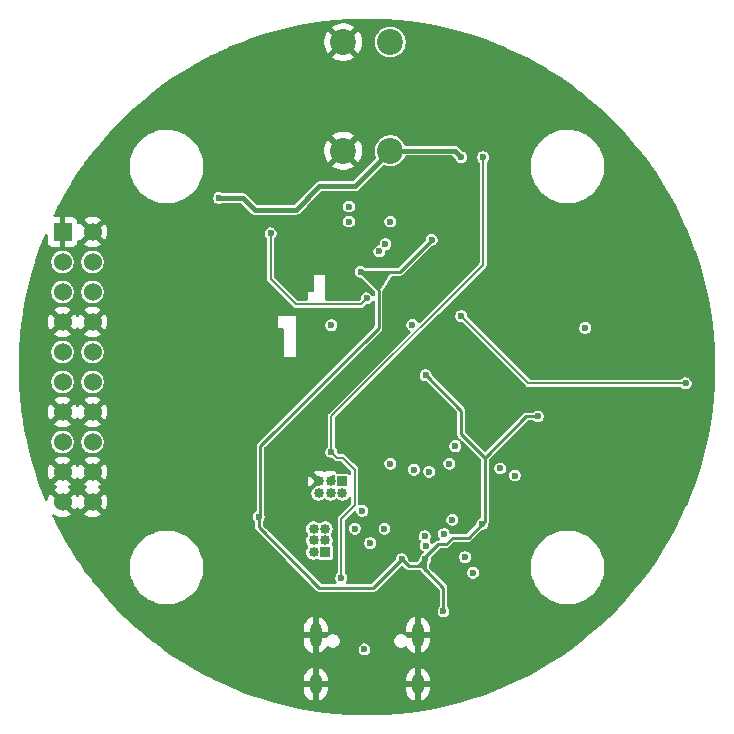
<source format=gbr>
%TF.GenerationSoftware,KiCad,Pcbnew,9.0.6*%
%TF.CreationDate,2026-01-16T15:37:09+00:00*%
%TF.ProjectId,mu,6d752e6b-6963-4616-945f-706362585858,rev?*%
%TF.SameCoordinates,Original*%
%TF.FileFunction,Copper,L2,Inr*%
%TF.FilePolarity,Positive*%
%FSLAX46Y46*%
G04 Gerber Fmt 4.6, Leading zero omitted, Abs format (unit mm)*
G04 Created by KiCad (PCBNEW 9.0.6) date 2026-01-16 15:37:09*
%MOMM*%
%LPD*%
G01*
G04 APERTURE LIST*
%TA.AperFunction,Conductor*%
%ADD10C,0.200000*%
%TD*%
%TA.AperFunction,ComponentPad*%
%ADD11R,0.850000X0.850000*%
%TD*%
%TA.AperFunction,ComponentPad*%
%ADD12C,0.850000*%
%TD*%
%TA.AperFunction,ComponentPad*%
%ADD13C,2.200000*%
%TD*%
%TA.AperFunction,HeatsinkPad*%
%ADD14O,1.000000X1.800000*%
%TD*%
%TA.AperFunction,HeatsinkPad*%
%ADD15O,1.000000X2.100000*%
%TD*%
%TA.AperFunction,ComponentPad*%
%ADD16R,1.524000X1.524000*%
%TD*%
%TA.AperFunction,ComponentPad*%
%ADD17C,1.524000*%
%TD*%
%TA.AperFunction,ViaPad*%
%ADD18C,0.600000*%
%TD*%
%TA.AperFunction,Conductor*%
%ADD19C,0.250000*%
%TD*%
%TA.AperFunction,Conductor*%
%ADD20C,0.400000*%
%TD*%
G04 APERTURE END LIST*
D10*
%TO.N,3.3V_Dig*%
X157500000Y-71750000D02*
X156047300Y-70250000D01*
X158500000Y-70250000D01*
X157500000Y-71750000D01*
%TA.AperFunction,Conductor*%
G36*
X157500000Y-71750000D02*
G01*
X156047300Y-70250000D01*
X158500000Y-70250000D01*
X157500000Y-71750000D01*
G37*
%TD.AperFunction*%
%TD*%
D11*
%TO.N,CAN_-*%
%TO.C,J2*%
X153000000Y-94000000D03*
D12*
%TO.N,CAN_+*%
X152000000Y-94000000D03*
%TO.N,PA-*%
X153000000Y-93000000D03*
%TO.N,PA+*%
X152000000Y-93000000D03*
%TO.N,USB_D-*%
X153000000Y-92000000D03*
%TO.N,USB_D+*%
X152000000Y-92000000D03*
%TD*%
D11*
%TO.N,NRST*%
%TO.C,J3*%
X154437712Y-88000000D03*
D12*
%TO.N,SWDIO*%
X154437712Y-89000000D03*
%TO.N,GND*%
X153437712Y-88000000D03*
%TO.N,SWCLK*%
X153437712Y-89000000D03*
%TO.N,GND*%
X152437712Y-88000000D03*
%TO.N,3.3V_Dig*%
X152437712Y-89000000D03*
%TD*%
D13*
%TO.N,VBAT_Local*%
%TO.C,J4*%
X158500001Y-50799998D03*
X158500001Y-60000000D03*
%TO.N,GND*%
X154500000Y-50799998D03*
X154500000Y-60000000D03*
%TD*%
D14*
%TO.N,GND*%
%TO.C,J1*%
X160831326Y-105183399D03*
D15*
X160831326Y-100983399D03*
D14*
X152191326Y-105183399D03*
D15*
X152191326Y-100983399D03*
%TD*%
D16*
%TO.N,GND*%
%TO.C,J5*%
X130744815Y-66879292D03*
D17*
X133284815Y-66879292D03*
%TO.N,unconnected-(J5-Pad03)*%
X130744815Y-69419292D03*
X133284815Y-69419292D03*
X130744815Y-71959292D03*
X133284815Y-71959292D03*
%TO.N,GND*%
X130744815Y-74499292D03*
X133284815Y-74499292D03*
%TO.N,unconnected-(J5-Pad09)*%
X130744815Y-77039292D03*
X133284815Y-77039292D03*
X130744815Y-79579292D03*
X133284815Y-79579292D03*
%TO.N,GND*%
X130744815Y-82119292D03*
X133284815Y-82119292D03*
%TO.N,CAN_o-*%
X130744815Y-84659292D03*
%TO.N,CAN_o+*%
X133284815Y-84659292D03*
%TO.N,GND*%
X130744815Y-87199292D03*
X133284815Y-87199292D03*
X130744815Y-89739292D03*
X133284815Y-89739292D03*
%TD*%
D18*
%TO.N,HV*%
X175000000Y-75000000D03*
%TO.N,GND*%
X149585899Y-63595000D03*
X147000000Y-71000000D03*
X183000000Y-76192000D03*
X177024000Y-76712000D03*
X165299118Y-91500000D03*
X148500000Y-91000000D03*
X158500000Y-88500000D03*
X154000000Y-64500000D03*
X145000000Y-96000000D03*
X149371899Y-85596400D03*
X156331326Y-93871199D03*
X164187598Y-97500000D03*
X153500000Y-95500000D03*
X150500000Y-60000000D03*
X141000000Y-82000000D03*
X170500000Y-67000000D03*
X155000000Y-72000000D03*
X159500000Y-63000000D03*
X146575000Y-59356000D03*
X161331326Y-98683399D03*
X157600000Y-86589000D03*
X163500000Y-82500000D03*
X166000000Y-93500000D03*
X157285388Y-83479799D03*
X163125001Y-67549999D03*
X153640474Y-67263078D03*
X159625001Y-65549999D03*
X151831326Y-98683399D03*
X151000000Y-71500000D03*
X147000000Y-69500000D03*
X152000000Y-83000000D03*
X153500000Y-86622918D03*
X156224124Y-98579806D03*
X179500000Y-76192000D03*
X164000000Y-80000000D03*
X164305564Y-93596965D03*
X150000000Y-96000000D03*
X152000000Y-76000000D03*
X152000000Y-79000000D03*
X170500000Y-76500000D03*
X155540000Y-68750000D03*
X144600000Y-65000000D03*
X162000000Y-99000000D03*
X163125001Y-63549999D03*
X160449429Y-94364214D03*
X183500000Y-82688000D03*
X161023117Y-69998537D03*
X158385149Y-93500000D03*
X154331326Y-97683399D03*
X161023117Y-69998537D03*
X157253371Y-101598754D03*
X154500000Y-55500000D03*
X148595000Y-62336000D03*
X141000000Y-88500000D03*
X161000000Y-88500000D03*
X162805597Y-94089000D03*
X157831326Y-98683399D03*
X184000000Y-73212000D03*
X159371899Y-72500000D03*
X149500000Y-66000000D03*
X139000000Y-85450000D03*
X147000000Y-74500000D03*
X177524000Y-73212000D03*
%TO.N,3.3V_Dig*%
X161500000Y-79000000D03*
X163000000Y-99000000D03*
X147365000Y-90975598D03*
X171000000Y-82500000D03*
X161474999Y-94579000D03*
X162000000Y-67549999D03*
X156000000Y-70250000D03*
X166293225Y-91600756D03*
X159474999Y-94579000D03*
%TO.N,2.5V_Ref*%
X160356358Y-74750143D03*
%TO.N,5V*%
X183500000Y-79692000D03*
X164500000Y-74000000D03*
X148371899Y-67000000D03*
X156500000Y-72500000D03*
%TO.N,Latch_Out*%
X157570896Y-68515098D03*
X161784995Y-87170905D03*
%TO.N,VBAT_Local*%
X144000000Y-64000000D03*
X164500000Y-60549999D03*
%TO.N,NRST*%
X158500000Y-86500000D03*
%TO.N,VBUS_RAW*%
X156308094Y-102208399D03*
X153500000Y-85500000D03*
X154331326Y-96183399D03*
X166350001Y-60549999D03*
%TO.N,Latch_Rst*%
X160500000Y-87000000D03*
X158082944Y-67900434D03*
%TO.N,SPI_CS_FLASH*%
X169053800Y-87500000D03*
X163500000Y-86500000D03*
%TO.N,SPI_MISO*%
X164829415Y-94399782D03*
X163041065Y-92458935D03*
%TO.N,SPI_MOSI*%
X167796073Y-86899146D03*
X158500000Y-66000000D03*
%TO.N,SWDIO*%
X158000000Y-92000000D03*
%TO.N,SWCLK*%
X156123529Y-90500000D03*
%TO.N,SPI_SCK*%
X161498037Y-93432911D03*
X163750000Y-91250000D03*
X155000000Y-66000000D03*
%TO.N,SPI_CS_DAC*%
X164000000Y-85000000D03*
X155000000Y-64730000D03*
%TO.N,Net-(U6-NONIINVERTINGINPUT)*%
X153509908Y-74764117D03*
%TO.N,SPI_CS_BMP*%
X161416970Y-92637029D03*
X165500000Y-95718702D03*
%TO.N,USB_D+*%
X155500000Y-92000000D03*
%TO.N,USB_D-*%
X156789874Y-93215655D03*
%TD*%
D10*
%TO.N,5V*%
X164500000Y-74000000D02*
X170195461Y-79695461D01*
X170195461Y-79695461D02*
X183496539Y-79695461D01*
X183496539Y-79695461D02*
X183500000Y-79692000D01*
D19*
%TO.N,3.3V_Dig*%
X152500000Y-97000000D02*
X157053999Y-97000000D01*
X161283714Y-95000000D02*
X161474999Y-95000000D01*
X160075999Y-95180000D02*
X160873999Y-95180000D01*
X163000000Y-99000000D02*
X163000000Y-97000000D01*
X163773132Y-92769408D02*
X163209111Y-93333429D01*
X157500000Y-71750000D02*
X157500000Y-75000000D01*
X161180000Y-95180000D02*
X160873999Y-95180000D01*
X163000000Y-97000000D02*
X161500000Y-95500000D01*
X166500000Y-86000000D02*
X164500000Y-84000000D01*
X160873999Y-95180000D02*
X161027000Y-95027000D01*
X162525637Y-93333429D02*
X161474999Y-94384067D01*
X164500000Y-84000000D02*
X164500000Y-82000000D01*
X156000000Y-70250000D02*
X157500000Y-71750000D01*
X170000000Y-82500000D02*
X171000000Y-82500000D01*
X161474999Y-95474999D02*
X161180000Y-95180000D01*
X166500000Y-91393981D02*
X166500000Y-87000000D01*
X166293225Y-91600756D02*
X165124573Y-92769408D01*
D10*
X161474999Y-94569655D02*
X161474999Y-94579000D01*
X166293225Y-91600756D02*
X166500000Y-91393981D01*
D19*
X161027000Y-95027000D02*
X161474999Y-95474999D01*
X161053999Y-95000000D02*
X161283714Y-95000000D01*
X147365000Y-90975598D02*
X147365000Y-91865000D01*
X161500000Y-95500000D02*
X161283714Y-95283714D01*
X161027000Y-95027000D02*
X161474999Y-94579000D01*
X159299999Y-70250000D02*
X156000000Y-70250000D01*
X166500000Y-87000000D02*
X166500000Y-86000000D01*
X163209111Y-93333429D02*
X162525637Y-93333429D01*
X166500000Y-86000000D02*
X170000000Y-82500000D01*
X161474999Y-95474999D02*
X161474999Y-95000000D01*
X161283714Y-95283714D02*
X161283714Y-95000000D01*
X157500000Y-75000000D02*
X147500000Y-85000000D01*
X157053999Y-97000000D02*
X159474999Y-94579000D01*
X161500000Y-95500000D02*
X161474999Y-95474999D01*
X147500000Y-90840598D02*
X147365000Y-90975598D01*
X160873999Y-95180000D02*
X161053999Y-95000000D01*
X162000000Y-67549999D02*
X159299999Y-70250000D01*
X161474999Y-94384067D02*
X161474999Y-94569655D01*
X161474999Y-95000000D02*
X161474999Y-94579000D01*
X159474999Y-94579000D02*
X160075999Y-95180000D01*
X147365000Y-91865000D02*
X152500000Y-97000000D01*
X147500000Y-85000000D02*
X147500000Y-90840598D01*
X164500000Y-82000000D02*
X161500000Y-79000000D01*
X165124573Y-92769408D02*
X163773132Y-92769408D01*
D10*
%TO.N,5V*%
X156000000Y-73000000D02*
X156500000Y-72500000D01*
X150500000Y-73000000D02*
X156000000Y-73000000D01*
X148371899Y-67000000D02*
X148371899Y-70871899D01*
X148371899Y-70871899D02*
X150500000Y-73000000D01*
D20*
%TO.N,VBAT_Local*%
X147000000Y-65000000D02*
X146000000Y-64000000D01*
X146000000Y-64000000D02*
X144000000Y-64000000D01*
X163950001Y-60000000D02*
X164500000Y-60549999D01*
X158500001Y-60000000D02*
X155500001Y-63000000D01*
X150500000Y-65000000D02*
X147000000Y-65000000D01*
X155500001Y-63000000D02*
X152500000Y-63000000D01*
X152500000Y-63000000D02*
X150500000Y-65000000D01*
X158500001Y-60000000D02*
X163950001Y-60000000D01*
D10*
%TO.N,VBUS_RAW*%
X155500000Y-87000000D02*
X155500000Y-90000000D01*
X155500000Y-90000000D02*
X154331326Y-91168674D01*
X153500000Y-85500000D02*
X153500000Y-82500000D01*
X153500000Y-82500000D02*
X166350001Y-69649999D01*
X154331326Y-91168674D02*
X154331326Y-96183399D01*
X154500000Y-86000000D02*
X154000000Y-86000000D01*
X154000000Y-86000000D02*
X153500000Y-85500000D01*
X166350001Y-69649999D02*
X166350001Y-60549999D01*
X154500000Y-86000000D02*
X155500000Y-87000000D01*
%TD*%
%TA.AperFunction,Conductor*%
%TO.N,GND*%
G36*
X153731546Y-87455126D02*
G01*
X153787479Y-87496998D01*
X153811896Y-87562462D01*
X153812212Y-87571308D01*
X153812212Y-87927691D01*
X153803567Y-87957128D01*
X153797044Y-87987119D01*
X153793288Y-87992135D01*
X153792527Y-87994730D01*
X153775893Y-88015373D01*
X153702169Y-88089096D01*
X153662414Y-88110802D01*
X153687712Y-88049728D01*
X153687712Y-87950272D01*
X153649652Y-87858386D01*
X153579326Y-87788060D01*
X153487440Y-87750000D01*
X153387984Y-87750000D01*
X153321671Y-87777467D01*
X153348616Y-87735542D01*
X153600531Y-87483627D01*
X153661854Y-87450142D01*
X153731546Y-87455126D01*
G37*
%TD.AperFunction*%
%TA.AperFunction,Conductor*%
G36*
X157055250Y-48814364D02*
G01*
X158103235Y-48851794D01*
X158107648Y-48852030D01*
X159153660Y-48926843D01*
X159157966Y-48927228D01*
X160200698Y-49039333D01*
X160205054Y-49039880D01*
X161243045Y-49189121D01*
X161247388Y-49189824D01*
X162279424Y-49376025D01*
X162283725Y-49376881D01*
X163308426Y-49599791D01*
X163312709Y-49600803D01*
X164328816Y-49860149D01*
X164333033Y-49861306D01*
X165208575Y-50118388D01*
X165339241Y-50156755D01*
X165343467Y-50158078D01*
X166338455Y-50489242D01*
X166342557Y-50490688D01*
X167325190Y-50857192D01*
X167329232Y-50858782D01*
X167922525Y-51104532D01*
X168298099Y-51260100D01*
X168302157Y-51261867D01*
X169256005Y-51697475D01*
X169259999Y-51699385D01*
X170197755Y-52168792D01*
X170201677Y-52170844D01*
X171122046Y-52673403D01*
X171125859Y-52675574D01*
X171579626Y-52944807D01*
X172027766Y-53210701D01*
X172031531Y-53213028D01*
X172913672Y-53779945D01*
X172917353Y-53782404D01*
X173280763Y-54034723D01*
X173778768Y-54380494D01*
X173782320Y-54383056D01*
X174475255Y-54901781D01*
X174621806Y-55011488D01*
X174625302Y-55014203D01*
X175441835Y-55672207D01*
X175445232Y-55675046D01*
X176237746Y-56361763D01*
X176241039Y-56364721D01*
X177008548Y-57079297D01*
X177011733Y-57082371D01*
X177753217Y-57823855D01*
X177756291Y-57827040D01*
X178470867Y-58594549D01*
X178473825Y-58597842D01*
X179160542Y-59390356D01*
X179163381Y-59393753D01*
X179821385Y-60210286D01*
X179824100Y-60213782D01*
X180026463Y-60484107D01*
X180450458Y-61050498D01*
X180452518Y-61053249D01*
X180455101Y-61056831D01*
X180558128Y-61205218D01*
X181053184Y-61918235D01*
X181055643Y-61921916D01*
X181622560Y-62804057D01*
X181624887Y-62807822D01*
X182160004Y-63709712D01*
X182162194Y-63713559D01*
X182664744Y-64633911D01*
X182666796Y-64637833D01*
X183136203Y-65575589D01*
X183138113Y-65579583D01*
X183573721Y-66533431D01*
X183575488Y-66537489D01*
X183828991Y-67149499D01*
X183946138Y-67432318D01*
X183976790Y-67506317D01*
X183978407Y-67510427D01*
X184328773Y-68449793D01*
X184344887Y-68492995D01*
X184346359Y-68497170D01*
X184677510Y-69492123D01*
X184678833Y-69496347D01*
X184974275Y-70502529D01*
X184975446Y-70506798D01*
X185234782Y-71522867D01*
X185235800Y-71527175D01*
X185458703Y-72551843D01*
X185459567Y-72556184D01*
X185645761Y-73588187D01*
X185646469Y-73592557D01*
X185795705Y-74630516D01*
X185796257Y-74634908D01*
X185908355Y-75677571D01*
X185908749Y-75681980D01*
X185983557Y-76727936D01*
X185983794Y-76732356D01*
X186021224Y-77780338D01*
X186021303Y-77784764D01*
X186021303Y-78833409D01*
X186021224Y-78837835D01*
X185983794Y-79885817D01*
X185983557Y-79890237D01*
X185908749Y-80936193D01*
X185908355Y-80940602D01*
X185796257Y-81983265D01*
X185795705Y-81987657D01*
X185646469Y-83025616D01*
X185645761Y-83029986D01*
X185459567Y-84061989D01*
X185458703Y-84066330D01*
X185235800Y-85090998D01*
X185234782Y-85095306D01*
X184975446Y-86111375D01*
X184974275Y-86115644D01*
X184678833Y-87121826D01*
X184677510Y-87126050D01*
X184346359Y-88121003D01*
X184344887Y-88125178D01*
X183978411Y-89107737D01*
X183976790Y-89111856D01*
X183575488Y-90080684D01*
X183573721Y-90084742D01*
X183138113Y-91038590D01*
X183136203Y-91042584D01*
X182666796Y-91980340D01*
X182664744Y-91984262D01*
X182162194Y-92904614D01*
X182160004Y-92908461D01*
X181624887Y-93810351D01*
X181622560Y-93814116D01*
X181055643Y-94696257D01*
X181053184Y-94699938D01*
X180455107Y-95561334D01*
X180452518Y-95564924D01*
X179824100Y-96404391D01*
X179821385Y-96407887D01*
X179163381Y-97224420D01*
X179160542Y-97227817D01*
X178473825Y-98020331D01*
X178470867Y-98023624D01*
X177756291Y-98791133D01*
X177753217Y-98794318D01*
X177011733Y-99535802D01*
X177008548Y-99538876D01*
X176241039Y-100253452D01*
X176237746Y-100256410D01*
X175445232Y-100943127D01*
X175441835Y-100945966D01*
X174625302Y-101603970D01*
X174621806Y-101606685D01*
X173782339Y-102235103D01*
X173778749Y-102237692D01*
X172917353Y-102835769D01*
X172913672Y-102838228D01*
X172031531Y-103405145D01*
X172027766Y-103407472D01*
X171125876Y-103942589D01*
X171122029Y-103944779D01*
X170201677Y-104447329D01*
X170197755Y-104449381D01*
X169259999Y-104918788D01*
X169256005Y-104920698D01*
X168302157Y-105356306D01*
X168298099Y-105358073D01*
X167329271Y-105759375D01*
X167325152Y-105760996D01*
X166342593Y-106127472D01*
X166338418Y-106128944D01*
X165343465Y-106460095D01*
X165339241Y-106461418D01*
X164333059Y-106756860D01*
X164328790Y-106758031D01*
X163312721Y-107017367D01*
X163308413Y-107018385D01*
X162283745Y-107241288D01*
X162279404Y-107242152D01*
X161247401Y-107428346D01*
X161243031Y-107429054D01*
X160205072Y-107578290D01*
X160200680Y-107578842D01*
X159158017Y-107690940D01*
X159153608Y-107691334D01*
X158107652Y-107766142D01*
X158103232Y-107766379D01*
X157055251Y-107803809D01*
X157050825Y-107803888D01*
X156002179Y-107803888D01*
X155997753Y-107803809D01*
X154949771Y-107766379D01*
X154945351Y-107766142D01*
X153899395Y-107691334D01*
X153894986Y-107690940D01*
X152852323Y-107578842D01*
X152847931Y-107578290D01*
X151809972Y-107429054D01*
X151805602Y-107428346D01*
X150773599Y-107242152D01*
X150769258Y-107241288D01*
X149744590Y-107018385D01*
X149740282Y-107017367D01*
X148724213Y-106758031D01*
X148719944Y-106756860D01*
X147713762Y-106461418D01*
X147709538Y-106460095D01*
X146714585Y-106128944D01*
X146710410Y-106127472D01*
X146033722Y-105875080D01*
X145727842Y-105760992D01*
X145723742Y-105759378D01*
X145564458Y-105693401D01*
X145089333Y-105496598D01*
X144754904Y-105358073D01*
X144750846Y-105356306D01*
X143796998Y-104920698D01*
X143793004Y-104918788D01*
X143535119Y-104789700D01*
X143325761Y-104684903D01*
X151191326Y-104684903D01*
X151191326Y-104933399D01*
X151891326Y-104933399D01*
X151891326Y-105433399D01*
X151191326Y-105433399D01*
X151191326Y-105681894D01*
X151229753Y-105875080D01*
X151229756Y-105875092D01*
X151305133Y-106057070D01*
X151305140Y-106057083D01*
X151414574Y-106220861D01*
X151414577Y-106220865D01*
X151553859Y-106360147D01*
X151553863Y-106360150D01*
X151717641Y-106469584D01*
X151717654Y-106469591D01*
X151899634Y-106544968D01*
X151941326Y-106553261D01*
X151941326Y-105750387D01*
X151951266Y-105767604D01*
X152007121Y-105823459D01*
X152075530Y-105862955D01*
X152151830Y-105883399D01*
X152230822Y-105883399D01*
X152307122Y-105862955D01*
X152375531Y-105823459D01*
X152431386Y-105767604D01*
X152441326Y-105750387D01*
X152441326Y-106553261D01*
X152483016Y-106544968D01*
X152483018Y-106544968D01*
X152664997Y-106469591D01*
X152665010Y-106469584D01*
X152828788Y-106360150D01*
X152828792Y-106360147D01*
X152968074Y-106220865D01*
X152968077Y-106220861D01*
X153077511Y-106057083D01*
X153077518Y-106057070D01*
X153152895Y-105875092D01*
X153152898Y-105875080D01*
X153191325Y-105681894D01*
X153191326Y-105681891D01*
X153191326Y-105433399D01*
X152491326Y-105433399D01*
X152491326Y-104933399D01*
X153191326Y-104933399D01*
X153191326Y-104684907D01*
X153191325Y-104684903D01*
X159831326Y-104684903D01*
X159831326Y-104933399D01*
X160531326Y-104933399D01*
X160531326Y-105433399D01*
X159831326Y-105433399D01*
X159831326Y-105681894D01*
X159869753Y-105875080D01*
X159869756Y-105875092D01*
X159945133Y-106057070D01*
X159945140Y-106057083D01*
X160054574Y-106220861D01*
X160054577Y-106220865D01*
X160193859Y-106360147D01*
X160193863Y-106360150D01*
X160357641Y-106469584D01*
X160357654Y-106469591D01*
X160539634Y-106544968D01*
X160581326Y-106553261D01*
X160581326Y-105750387D01*
X160591266Y-105767604D01*
X160647121Y-105823459D01*
X160715530Y-105862955D01*
X160791830Y-105883399D01*
X160870822Y-105883399D01*
X160947122Y-105862955D01*
X161015531Y-105823459D01*
X161071386Y-105767604D01*
X161081326Y-105750387D01*
X161081326Y-106553261D01*
X161123016Y-106544968D01*
X161123018Y-106544968D01*
X161304997Y-106469591D01*
X161305010Y-106469584D01*
X161468788Y-106360150D01*
X161468792Y-106360147D01*
X161608074Y-106220865D01*
X161608077Y-106220861D01*
X161717511Y-106057083D01*
X161717518Y-106057070D01*
X161792895Y-105875092D01*
X161792898Y-105875080D01*
X161831325Y-105681894D01*
X161831326Y-105681891D01*
X161831326Y-105433399D01*
X161131326Y-105433399D01*
X161131326Y-104933399D01*
X161831326Y-104933399D01*
X161831326Y-104684907D01*
X161831325Y-104684903D01*
X161792898Y-104491717D01*
X161792895Y-104491705D01*
X161717518Y-104309727D01*
X161717511Y-104309714D01*
X161608077Y-104145936D01*
X161608074Y-104145932D01*
X161468792Y-104006650D01*
X161468788Y-104006647D01*
X161305010Y-103897213D01*
X161304997Y-103897206D01*
X161123017Y-103821828D01*
X161123009Y-103821826D01*
X161081326Y-103813534D01*
X161081326Y-104616410D01*
X161071386Y-104599194D01*
X161015531Y-104543339D01*
X160947122Y-104503843D01*
X160870822Y-104483399D01*
X160791830Y-104483399D01*
X160715530Y-104503843D01*
X160647121Y-104543339D01*
X160591266Y-104599194D01*
X160581326Y-104616410D01*
X160581326Y-103813535D01*
X160581325Y-103813534D01*
X160539642Y-103821826D01*
X160539634Y-103821828D01*
X160357654Y-103897206D01*
X160357641Y-103897213D01*
X160193863Y-104006647D01*
X160193859Y-104006650D01*
X160054577Y-104145932D01*
X160054574Y-104145936D01*
X159945140Y-104309714D01*
X159945133Y-104309727D01*
X159869756Y-104491705D01*
X159869753Y-104491717D01*
X159831326Y-104684903D01*
X153191325Y-104684903D01*
X153152898Y-104491717D01*
X153152895Y-104491705D01*
X153077518Y-104309727D01*
X153077511Y-104309714D01*
X152968077Y-104145936D01*
X152968074Y-104145932D01*
X152828792Y-104006650D01*
X152828788Y-104006647D01*
X152665010Y-103897213D01*
X152664997Y-103897206D01*
X152483017Y-103821828D01*
X152483009Y-103821826D01*
X152441326Y-103813534D01*
X152441326Y-104616410D01*
X152431386Y-104599194D01*
X152375531Y-104543339D01*
X152307122Y-104503843D01*
X152230822Y-104483399D01*
X152151830Y-104483399D01*
X152075530Y-104503843D01*
X152007121Y-104543339D01*
X151951266Y-104599194D01*
X151941326Y-104616410D01*
X151941326Y-103813535D01*
X151941325Y-103813534D01*
X151899642Y-103821826D01*
X151899634Y-103821828D01*
X151717654Y-103897206D01*
X151717641Y-103897213D01*
X151553863Y-104006647D01*
X151553859Y-104006650D01*
X151414577Y-104145932D01*
X151414574Y-104145936D01*
X151305140Y-104309714D01*
X151305133Y-104309727D01*
X151229756Y-104491705D01*
X151229753Y-104491717D01*
X151191326Y-104684903D01*
X143325761Y-104684903D01*
X142855248Y-104449381D01*
X142851326Y-104447329D01*
X141930974Y-103944779D01*
X141927127Y-103942589D01*
X141025237Y-103407472D01*
X141021472Y-103405145D01*
X140139331Y-102838228D01*
X140135650Y-102835769D01*
X139274254Y-102237692D01*
X139270664Y-102235103D01*
X139146970Y-102142507D01*
X138579367Y-101717604D01*
X138431197Y-101606685D01*
X138427701Y-101603970D01*
X138023928Y-101278589D01*
X137611168Y-100945966D01*
X137607771Y-100943127D01*
X137006969Y-100422529D01*
X136905843Y-100334903D01*
X151191326Y-100334903D01*
X151191326Y-100733399D01*
X151891326Y-100733399D01*
X151891326Y-101233399D01*
X151191326Y-101233399D01*
X151191326Y-101631894D01*
X151229753Y-101825080D01*
X151229756Y-101825092D01*
X151305133Y-102007070D01*
X151305140Y-102007083D01*
X151414574Y-102170861D01*
X151414577Y-102170865D01*
X151553859Y-102310147D01*
X151553863Y-102310150D01*
X151717641Y-102419584D01*
X151717654Y-102419591D01*
X151899634Y-102494968D01*
X151941326Y-102503261D01*
X151941326Y-101700387D01*
X151951266Y-101717604D01*
X152007121Y-101773459D01*
X152075530Y-101812955D01*
X152151830Y-101833399D01*
X152230822Y-101833399D01*
X152307122Y-101812955D01*
X152375531Y-101773459D01*
X152431386Y-101717604D01*
X152441326Y-101700387D01*
X152441326Y-102503261D01*
X152483016Y-102494968D01*
X152483018Y-102494968D01*
X152664997Y-102419591D01*
X152665010Y-102419584D01*
X152828788Y-102310150D01*
X152828792Y-102310147D01*
X152968074Y-102170865D01*
X152968077Y-102170861D01*
X152987023Y-102142507D01*
X155807594Y-102142507D01*
X155807594Y-102274291D01*
X155817202Y-102310150D01*
X155841702Y-102401586D01*
X155874648Y-102458649D01*
X155907594Y-102515713D01*
X156000780Y-102608899D01*
X156114908Y-102674791D01*
X156242202Y-102708899D01*
X156242204Y-102708899D01*
X156373984Y-102708899D01*
X156373986Y-102708899D01*
X156501280Y-102674791D01*
X156615408Y-102608899D01*
X156708594Y-102515713D01*
X156774486Y-102401585D01*
X156808594Y-102274291D01*
X156808594Y-102142507D01*
X156774486Y-102015213D01*
X156708594Y-101901085D01*
X156615408Y-101807899D01*
X156555756Y-101773459D01*
X156501281Y-101742007D01*
X156437633Y-101724953D01*
X156373986Y-101707899D01*
X156242202Y-101707899D01*
X156114906Y-101742007D01*
X156000780Y-101807899D01*
X156000777Y-101807901D01*
X155907596Y-101901082D01*
X155907594Y-101901085D01*
X155841702Y-102015211D01*
X155807594Y-102142507D01*
X152987023Y-102142507D01*
X153077507Y-102007089D01*
X153080363Y-102001745D01*
X153129319Y-101951894D01*
X153197454Y-101936424D01*
X153263137Y-101960246D01*
X153265221Y-101961811D01*
X153267958Y-101963911D01*
X153267961Y-101963914D01*
X153399191Y-102039680D01*
X153545560Y-102078899D01*
X153545562Y-102078899D01*
X153697090Y-102078899D01*
X153697092Y-102078899D01*
X153843461Y-102039680D01*
X153974691Y-101963914D01*
X154081841Y-101856764D01*
X154157607Y-101725534D01*
X154196826Y-101579165D01*
X154196826Y-101427633D01*
X158825826Y-101427633D01*
X158825826Y-101579165D01*
X158832842Y-101605349D01*
X158865045Y-101725535D01*
X158902928Y-101791149D01*
X158940811Y-101856764D01*
X159047961Y-101963914D01*
X159179191Y-102039680D01*
X159325560Y-102078899D01*
X159325562Y-102078899D01*
X159477090Y-102078899D01*
X159477092Y-102078899D01*
X159623461Y-102039680D01*
X159754691Y-101963914D01*
X159754699Y-101963905D01*
X159757431Y-101961811D01*
X159760160Y-101960755D01*
X159761729Y-101959850D01*
X159761870Y-101960094D01*
X159822600Y-101936614D01*
X159891045Y-101950650D01*
X159941036Y-101999463D01*
X159942281Y-102001734D01*
X159945138Y-102007079D01*
X160054574Y-102170861D01*
X160054577Y-102170865D01*
X160193859Y-102310147D01*
X160193863Y-102310150D01*
X160357641Y-102419584D01*
X160357654Y-102419591D01*
X160539634Y-102494968D01*
X160581326Y-102503261D01*
X160581326Y-101700387D01*
X160591266Y-101717604D01*
X160647121Y-101773459D01*
X160715530Y-101812955D01*
X160791830Y-101833399D01*
X160870822Y-101833399D01*
X160947122Y-101812955D01*
X161015531Y-101773459D01*
X161071386Y-101717604D01*
X161081326Y-101700387D01*
X161081326Y-102503261D01*
X161123016Y-102494968D01*
X161123018Y-102494968D01*
X161304997Y-102419591D01*
X161305010Y-102419584D01*
X161468788Y-102310150D01*
X161468792Y-102310147D01*
X161608074Y-102170865D01*
X161608077Y-102170861D01*
X161717511Y-102007083D01*
X161717518Y-102007070D01*
X161792895Y-101825092D01*
X161792898Y-101825080D01*
X161831325Y-101631894D01*
X161831326Y-101631891D01*
X161831326Y-101233399D01*
X161131326Y-101233399D01*
X161131326Y-100733399D01*
X161831326Y-100733399D01*
X161831326Y-100334907D01*
X161831325Y-100334903D01*
X161792898Y-100141717D01*
X161792895Y-100141705D01*
X161717518Y-99959727D01*
X161717511Y-99959714D01*
X161608077Y-99795936D01*
X161608074Y-99795932D01*
X161468792Y-99656650D01*
X161468788Y-99656647D01*
X161305010Y-99547213D01*
X161304997Y-99547206D01*
X161123017Y-99471828D01*
X161123009Y-99471826D01*
X161081326Y-99463534D01*
X161081326Y-100266410D01*
X161071386Y-100249194D01*
X161015531Y-100193339D01*
X160947122Y-100153843D01*
X160870822Y-100133399D01*
X160791830Y-100133399D01*
X160715530Y-100153843D01*
X160647121Y-100193339D01*
X160591266Y-100249194D01*
X160581326Y-100266410D01*
X160581326Y-99463535D01*
X160581325Y-99463534D01*
X160539642Y-99471826D01*
X160539634Y-99471828D01*
X160357654Y-99547206D01*
X160357641Y-99547213D01*
X160193863Y-99656647D01*
X160193859Y-99656650D01*
X160054577Y-99795932D01*
X160054574Y-99795936D01*
X159945140Y-99959714D01*
X159945133Y-99959727D01*
X159869756Y-100141705D01*
X159869753Y-100141717D01*
X159831326Y-100334903D01*
X159831326Y-100733399D01*
X160531326Y-100733399D01*
X160531326Y-101233399D01*
X159981563Y-101233399D01*
X159914524Y-101213714D01*
X159874176Y-101171399D01*
X159861841Y-101150034D01*
X159754691Y-101042884D01*
X159686064Y-101003262D01*
X159623462Y-100967118D01*
X159544520Y-100945966D01*
X159477092Y-100927899D01*
X159325560Y-100927899D01*
X159179189Y-100967118D01*
X159047961Y-101042884D01*
X159047958Y-101042886D01*
X158940813Y-101150031D01*
X158940811Y-101150034D01*
X158865045Y-101281262D01*
X158825826Y-101427633D01*
X154196826Y-101427633D01*
X154157607Y-101281264D01*
X154081841Y-101150034D01*
X153974691Y-101042884D01*
X153906064Y-101003262D01*
X153843462Y-100967118D01*
X153764520Y-100945966D01*
X153697092Y-100927899D01*
X153545560Y-100927899D01*
X153399189Y-100967118D01*
X153267961Y-101042884D01*
X153267958Y-101042886D01*
X153160813Y-101150031D01*
X153160809Y-101150037D01*
X153148476Y-101171399D01*
X153097909Y-101219615D01*
X153041089Y-101233399D01*
X152491326Y-101233399D01*
X152491326Y-100733399D01*
X153191326Y-100733399D01*
X153191326Y-100334907D01*
X153191325Y-100334903D01*
X153152898Y-100141717D01*
X153152895Y-100141705D01*
X153077518Y-99959727D01*
X153077511Y-99959714D01*
X152968077Y-99795936D01*
X152968074Y-99795932D01*
X152828792Y-99656650D01*
X152828788Y-99656647D01*
X152665010Y-99547213D01*
X152664997Y-99547206D01*
X152483017Y-99471828D01*
X152483009Y-99471826D01*
X152441326Y-99463534D01*
X152441326Y-100266410D01*
X152431386Y-100249194D01*
X152375531Y-100193339D01*
X152307122Y-100153843D01*
X152230822Y-100133399D01*
X152151830Y-100133399D01*
X152075530Y-100153843D01*
X152007121Y-100193339D01*
X151951266Y-100249194D01*
X151941326Y-100266410D01*
X151941326Y-99463535D01*
X151941325Y-99463534D01*
X151899642Y-99471826D01*
X151899634Y-99471828D01*
X151717654Y-99547206D01*
X151717641Y-99547213D01*
X151553863Y-99656647D01*
X151553859Y-99656650D01*
X151414577Y-99795932D01*
X151414574Y-99795936D01*
X151305140Y-99959714D01*
X151305133Y-99959727D01*
X151229756Y-100141705D01*
X151229753Y-100141717D01*
X151191326Y-100334903D01*
X136905843Y-100334903D01*
X136815257Y-100256410D01*
X136811964Y-100253452D01*
X136044455Y-99538876D01*
X136041270Y-99535802D01*
X135299786Y-98794318D01*
X135296712Y-98791133D01*
X134582136Y-98023624D01*
X134579178Y-98020331D01*
X133892461Y-97227817D01*
X133889622Y-97224420D01*
X133231618Y-96407887D01*
X133228903Y-96404391D01*
X133208088Y-96376585D01*
X132600471Y-95564905D01*
X132597909Y-95561353D01*
X132281422Y-95105525D01*
X136455439Y-95105525D01*
X136455439Y-95453774D01*
X136494428Y-95799808D01*
X136494430Y-95799820D01*
X136571921Y-96139334D01*
X136571924Y-96139342D01*
X136686938Y-96468032D01*
X136838031Y-96781780D01*
X137023310Y-97076649D01*
X137023311Y-97076651D01*
X137240426Y-97348906D01*
X137486682Y-97595162D01*
X137758937Y-97812277D01*
X137758940Y-97812278D01*
X137758942Y-97812280D01*
X138053806Y-97997556D01*
X138367560Y-98148652D01*
X138614427Y-98235034D01*
X138696246Y-98263664D01*
X138696254Y-98263667D01*
X138696257Y-98263667D01*
X138696258Y-98263668D01*
X139035768Y-98341159D01*
X139381815Y-98380149D01*
X139381816Y-98380150D01*
X139381819Y-98380150D01*
X139730062Y-98380150D01*
X139730062Y-98380149D01*
X140076110Y-98341159D01*
X140415620Y-98263668D01*
X140744318Y-98148652D01*
X141058072Y-97997556D01*
X141352936Y-97812280D01*
X141352940Y-97812277D01*
X141625195Y-97595162D01*
X141625197Y-97595159D01*
X141625202Y-97595156D01*
X141871445Y-97348913D01*
X141890116Y-97325501D01*
X142088566Y-97076651D01*
X142088567Y-97076649D01*
X142088569Y-97076647D01*
X142273845Y-96781783D01*
X142424941Y-96468029D01*
X142539957Y-96139331D01*
X142617448Y-95799821D01*
X142656439Y-95453770D01*
X142656439Y-95105530D01*
X142617448Y-94759479D01*
X142539957Y-94419969D01*
X142521529Y-94367306D01*
X142496681Y-94296292D01*
X142424941Y-94091271D01*
X142273845Y-93777517D01*
X142088569Y-93482653D01*
X142088567Y-93482650D01*
X142088566Y-93482648D01*
X141871451Y-93210393D01*
X141625195Y-92964137D01*
X141352940Y-92747022D01*
X141352938Y-92747021D01*
X141058069Y-92561742D01*
X140744321Y-92410649D01*
X140415631Y-92295635D01*
X140415623Y-92295632D01*
X140156673Y-92236529D01*
X140076110Y-92218141D01*
X140076106Y-92218140D01*
X140076097Y-92218139D01*
X139730063Y-92179150D01*
X139730059Y-92179150D01*
X139381819Y-92179150D01*
X139381814Y-92179150D01*
X139035780Y-92218139D01*
X139035768Y-92218141D01*
X138696254Y-92295632D01*
X138696246Y-92295635D01*
X138367556Y-92410649D01*
X138053808Y-92561742D01*
X137758939Y-92747021D01*
X137758937Y-92747022D01*
X137486682Y-92964137D01*
X137240426Y-93210393D01*
X137023311Y-93482648D01*
X137023310Y-93482650D01*
X136838031Y-93777519D01*
X136686938Y-94091267D01*
X136571924Y-94419957D01*
X136571921Y-94419965D01*
X136494430Y-94759479D01*
X136494428Y-94759491D01*
X136455439Y-95105525D01*
X132281422Y-95105525D01*
X132105165Y-94851666D01*
X131999819Y-94699938D01*
X131997360Y-94696257D01*
X131430443Y-93814116D01*
X131428116Y-93810351D01*
X131202709Y-93430448D01*
X130892989Y-92908444D01*
X130890809Y-92904614D01*
X130889150Y-92901576D01*
X130496479Y-92182452D01*
X130388259Y-91984262D01*
X130386207Y-91980340D01*
X129916800Y-91042584D01*
X129914890Y-91038591D01*
X129897856Y-91001292D01*
X129876872Y-90955344D01*
X129866929Y-90886189D01*
X129895953Y-90822633D01*
X129954731Y-90784858D01*
X130024601Y-90784858D01*
X130062553Y-90803517D01*
X130083382Y-90818650D01*
X130260377Y-90908834D01*
X130449292Y-90970216D01*
X130645494Y-91001292D01*
X130844136Y-91001292D01*
X131040335Y-90970216D01*
X131040338Y-90970216D01*
X131229252Y-90908834D01*
X131406240Y-90818654D01*
X131443530Y-90791560D01*
X130880756Y-90228787D01*
X130940896Y-90212673D01*
X131056735Y-90145794D01*
X131151317Y-90051212D01*
X131218196Y-89935373D01*
X131234310Y-89875234D01*
X131797083Y-90438007D01*
X131824177Y-90400717D01*
X131904330Y-90243409D01*
X131952304Y-90192613D01*
X132020125Y-90175818D01*
X132086260Y-90198355D01*
X132125300Y-90243409D01*
X132205456Y-90400724D01*
X132232545Y-90438007D01*
X132232546Y-90438008D01*
X132795319Y-89875234D01*
X132811434Y-89935373D01*
X132878313Y-90051212D01*
X132972895Y-90145794D01*
X133088734Y-90212673D01*
X133148872Y-90228786D01*
X132586098Y-90791560D01*
X132586098Y-90791561D01*
X132623382Y-90818650D01*
X132800377Y-90908834D01*
X132989292Y-90970216D01*
X133185494Y-91001292D01*
X133384136Y-91001292D01*
X133580335Y-90970216D01*
X133580338Y-90970216D01*
X133766568Y-90909706D01*
X146864500Y-90909706D01*
X146864500Y-91041490D01*
X146868606Y-91056814D01*
X146898608Y-91168785D01*
X146931554Y-91225848D01*
X146964500Y-91282912D01*
X146964502Y-91282914D01*
X147003181Y-91321593D01*
X147036666Y-91382916D01*
X147039500Y-91409274D01*
X147039500Y-91907852D01*
X147061682Y-91990640D01*
X147078624Y-92019983D01*
X147104535Y-92064862D01*
X149671926Y-94632253D01*
X152235194Y-97195520D01*
X152235204Y-97195531D01*
X152239534Y-97199861D01*
X152239535Y-97199862D01*
X152300138Y-97260465D01*
X152300140Y-97260466D01*
X152300141Y-97260467D01*
X152374342Y-97303307D01*
X152374356Y-97303314D01*
X152374360Y-97303317D01*
X152374362Y-97303318D01*
X152457147Y-97325501D01*
X152457149Y-97325501D01*
X152550449Y-97325501D01*
X152550465Y-97325500D01*
X157096850Y-97325500D01*
X157096852Y-97325500D01*
X157179638Y-97303318D01*
X157253861Y-97260465D01*
X159387318Y-95127008D01*
X159448641Y-95093523D01*
X159518333Y-95098507D01*
X159562680Y-95127008D01*
X159815533Y-95379861D01*
X159815534Y-95379862D01*
X159876137Y-95440465D01*
X159876139Y-95440466D01*
X159876143Y-95440469D01*
X159950354Y-95483314D01*
X159950361Y-95483318D01*
X160033146Y-95505500D01*
X160118852Y-95505500D01*
X160831145Y-95505500D01*
X160831146Y-95505500D01*
X160916852Y-95505500D01*
X160993811Y-95505500D01*
X161060850Y-95525185D01*
X161081492Y-95541819D01*
X162638181Y-97098508D01*
X162671666Y-97159831D01*
X162674500Y-97186189D01*
X162674500Y-98566324D01*
X162654815Y-98633363D01*
X162638181Y-98654005D01*
X162599502Y-98692683D01*
X162599500Y-98692686D01*
X162533608Y-98806812D01*
X162499500Y-98934108D01*
X162499500Y-99065891D01*
X162533608Y-99193187D01*
X162566554Y-99250250D01*
X162599500Y-99307314D01*
X162692686Y-99400500D01*
X162791521Y-99457563D01*
X162801865Y-99463535D01*
X162806814Y-99466392D01*
X162934108Y-99500500D01*
X162934110Y-99500500D01*
X163065890Y-99500500D01*
X163065892Y-99500500D01*
X163193186Y-99466392D01*
X163307314Y-99400500D01*
X163400500Y-99307314D01*
X163466392Y-99193186D01*
X163500500Y-99065892D01*
X163500500Y-98934108D01*
X163466392Y-98806814D01*
X163400500Y-98692686D01*
X163361819Y-98654005D01*
X163328334Y-98592682D01*
X163325500Y-98566324D01*
X163325500Y-96957149D01*
X163325500Y-96957147D01*
X163303318Y-96874362D01*
X163293951Y-96858138D01*
X163260469Y-96800144D01*
X163260463Y-96800136D01*
X162113137Y-95652810D01*
X164999500Y-95652810D01*
X164999500Y-95784594D01*
X165003577Y-95799808D01*
X165033608Y-95911889D01*
X165058217Y-95954512D01*
X165099500Y-96026016D01*
X165192686Y-96119202D01*
X165306814Y-96185094D01*
X165434108Y-96219202D01*
X165434110Y-96219202D01*
X165565890Y-96219202D01*
X165565892Y-96219202D01*
X165693186Y-96185094D01*
X165807314Y-96119202D01*
X165900500Y-96026016D01*
X165966392Y-95911888D01*
X166000500Y-95784594D01*
X166000500Y-95652810D01*
X165966392Y-95525516D01*
X165900500Y-95411388D01*
X165807314Y-95318202D01*
X165750250Y-95285256D01*
X165693187Y-95252310D01*
X165638510Y-95237659D01*
X165565892Y-95218202D01*
X165434108Y-95218202D01*
X165306812Y-95252310D01*
X165192686Y-95318202D01*
X165192683Y-95318204D01*
X165099502Y-95411385D01*
X165099500Y-95411388D01*
X165033608Y-95525514D01*
X164999500Y-95652810D01*
X162113137Y-95652810D01*
X161836818Y-95376491D01*
X161803333Y-95315168D01*
X161800499Y-95288810D01*
X161800499Y-95105525D01*
X170396565Y-95105525D01*
X170396565Y-95453774D01*
X170435554Y-95799808D01*
X170435556Y-95799820D01*
X170513047Y-96139334D01*
X170513050Y-96139342D01*
X170628064Y-96468032D01*
X170779157Y-96781780D01*
X170964436Y-97076649D01*
X170964437Y-97076651D01*
X171181552Y-97348906D01*
X171427808Y-97595162D01*
X171700063Y-97812277D01*
X171700066Y-97812278D01*
X171700068Y-97812280D01*
X171994932Y-97997556D01*
X172308686Y-98148652D01*
X172555553Y-98235034D01*
X172637372Y-98263664D01*
X172637380Y-98263667D01*
X172637383Y-98263667D01*
X172637384Y-98263668D01*
X172976894Y-98341159D01*
X173322941Y-98380149D01*
X173322942Y-98380150D01*
X173322945Y-98380150D01*
X173671188Y-98380150D01*
X173671188Y-98380149D01*
X174017236Y-98341159D01*
X174356746Y-98263668D01*
X174685444Y-98148652D01*
X174999198Y-97997556D01*
X175294062Y-97812280D01*
X175294066Y-97812277D01*
X175566321Y-97595162D01*
X175566323Y-97595159D01*
X175566328Y-97595156D01*
X175812571Y-97348913D01*
X175831242Y-97325501D01*
X176029692Y-97076651D01*
X176029693Y-97076649D01*
X176029695Y-97076647D01*
X176214971Y-96781783D01*
X176366067Y-96468029D01*
X176481083Y-96139331D01*
X176558574Y-95799821D01*
X176597565Y-95453770D01*
X176597565Y-95105530D01*
X176558574Y-94759479D01*
X176481083Y-94419969D01*
X176462655Y-94367306D01*
X176437807Y-94296292D01*
X176366067Y-94091271D01*
X176214971Y-93777517D01*
X176029695Y-93482653D01*
X176029693Y-93482650D01*
X176029692Y-93482648D01*
X175812577Y-93210393D01*
X175566321Y-92964137D01*
X175294066Y-92747022D01*
X175294064Y-92747021D01*
X174999195Y-92561742D01*
X174685447Y-92410649D01*
X174356757Y-92295635D01*
X174356749Y-92295632D01*
X174097799Y-92236529D01*
X174017236Y-92218141D01*
X174017232Y-92218140D01*
X174017223Y-92218139D01*
X173671189Y-92179150D01*
X173671185Y-92179150D01*
X173322945Y-92179150D01*
X173322940Y-92179150D01*
X172976906Y-92218139D01*
X172976894Y-92218141D01*
X172637380Y-92295632D01*
X172637372Y-92295635D01*
X172308682Y-92410649D01*
X171994934Y-92561742D01*
X171700065Y-92747021D01*
X171700063Y-92747022D01*
X171427808Y-92964137D01*
X171181552Y-93210393D01*
X170964437Y-93482648D01*
X170964436Y-93482650D01*
X170779157Y-93777519D01*
X170628064Y-94091267D01*
X170513050Y-94419957D01*
X170513047Y-94419965D01*
X170435556Y-94759479D01*
X170435554Y-94759491D01*
X170396565Y-95105525D01*
X161800499Y-95105525D01*
X161800499Y-95012676D01*
X161820184Y-94945637D01*
X161836818Y-94924995D01*
X161875499Y-94886314D01*
X161941391Y-94772186D01*
X161975499Y-94644892D01*
X161975499Y-94513108D01*
X161958268Y-94448800D01*
X161958553Y-94436802D01*
X161954359Y-94425556D01*
X161959369Y-94402521D01*
X161959931Y-94378954D01*
X161967030Y-94367306D01*
X161969211Y-94357283D01*
X161986722Y-94333890D01*
X164328915Y-94333890D01*
X164328915Y-94465674D01*
X164338978Y-94503229D01*
X164363023Y-94592969D01*
X164393000Y-94644890D01*
X164428915Y-94707096D01*
X164522101Y-94800282D01*
X164636229Y-94866174D01*
X164763523Y-94900282D01*
X164763525Y-94900282D01*
X164895305Y-94900282D01*
X164895307Y-94900282D01*
X165022601Y-94866174D01*
X165136729Y-94800282D01*
X165229915Y-94707096D01*
X165295807Y-94592968D01*
X165329915Y-94465674D01*
X165329915Y-94333890D01*
X165295807Y-94206596D01*
X165229915Y-94092468D01*
X165136729Y-93999282D01*
X165077077Y-93964842D01*
X165022602Y-93933390D01*
X164927175Y-93907821D01*
X164895307Y-93899282D01*
X164763523Y-93899282D01*
X164636227Y-93933390D01*
X164522101Y-93999282D01*
X164522098Y-93999284D01*
X164428917Y-94092465D01*
X164428915Y-94092468D01*
X164363023Y-94206594D01*
X164354586Y-94238082D01*
X164328915Y-94333890D01*
X161986722Y-94333890D01*
X161990359Y-94329032D01*
X162624144Y-93695248D01*
X162685467Y-93661763D01*
X162711825Y-93658929D01*
X163251962Y-93658929D01*
X163251964Y-93658929D01*
X163334750Y-93636747D01*
X163408973Y-93593894D01*
X163871640Y-93131227D01*
X163932963Y-93097742D01*
X163959321Y-93094908D01*
X165167424Y-93094908D01*
X165167426Y-93094908D01*
X165250212Y-93072726D01*
X165324435Y-93029873D01*
X166216732Y-92137574D01*
X166278055Y-92104090D01*
X166304413Y-92101256D01*
X166359115Y-92101256D01*
X166359117Y-92101256D01*
X166486411Y-92067148D01*
X166600539Y-92001256D01*
X166693725Y-91908070D01*
X166759617Y-91793942D01*
X166793725Y-91666648D01*
X166793725Y-91567443D01*
X166801652Y-91527587D01*
X166801214Y-91527470D01*
X166803007Y-91520775D01*
X166803164Y-91519990D01*
X166803314Y-91519625D01*
X166803318Y-91519619D01*
X166825500Y-91436834D01*
X166825500Y-87434108D01*
X168553300Y-87434108D01*
X168553300Y-87565892D01*
X168554777Y-87571404D01*
X168587408Y-87693187D01*
X168611862Y-87735542D01*
X168653300Y-87807314D01*
X168746486Y-87900500D01*
X168860614Y-87966392D01*
X168987908Y-88000500D01*
X168987910Y-88000500D01*
X169119690Y-88000500D01*
X169119692Y-88000500D01*
X169246986Y-87966392D01*
X169361114Y-87900500D01*
X169454300Y-87807314D01*
X169520192Y-87693186D01*
X169554300Y-87565892D01*
X169554300Y-87434108D01*
X169520192Y-87306814D01*
X169454300Y-87192686D01*
X169361114Y-87099500D01*
X169302900Y-87065890D01*
X169246987Y-87033608D01*
X169183339Y-87016554D01*
X169119692Y-86999500D01*
X168987908Y-86999500D01*
X168860612Y-87033608D01*
X168746486Y-87099500D01*
X168746483Y-87099502D01*
X168653302Y-87192683D01*
X168653300Y-87192686D01*
X168587408Y-87306812D01*
X168571673Y-87365537D01*
X168553300Y-87434108D01*
X166825500Y-87434108D01*
X166825500Y-86957147D01*
X166825500Y-86833254D01*
X167295573Y-86833254D01*
X167295573Y-86965038D01*
X167298971Y-86977719D01*
X167329681Y-87092333D01*
X167352821Y-87132412D01*
X167395573Y-87206460D01*
X167488759Y-87299646D01*
X167602887Y-87365538D01*
X167730181Y-87399646D01*
X167730183Y-87399646D01*
X167861963Y-87399646D01*
X167861965Y-87399646D01*
X167989259Y-87365538D01*
X168103387Y-87299646D01*
X168196573Y-87206460D01*
X168262465Y-87092332D01*
X168296573Y-86965038D01*
X168296573Y-86833254D01*
X168262465Y-86705960D01*
X168255090Y-86693187D01*
X168241937Y-86670405D01*
X168196573Y-86591832D01*
X168103387Y-86498646D01*
X168046323Y-86465700D01*
X167989260Y-86432754D01*
X167925612Y-86415700D01*
X167861965Y-86398646D01*
X167730181Y-86398646D01*
X167602885Y-86432754D01*
X167488759Y-86498646D01*
X167488756Y-86498648D01*
X167395575Y-86591829D01*
X167395573Y-86591832D01*
X167329681Y-86705958D01*
X167302523Y-86807316D01*
X167295573Y-86833254D01*
X166825500Y-86833254D01*
X166825500Y-86186189D01*
X166845185Y-86119150D01*
X166861819Y-86098508D01*
X170098508Y-82861819D01*
X170159831Y-82828334D01*
X170186189Y-82825500D01*
X170566324Y-82825500D01*
X170633363Y-82845185D01*
X170654005Y-82861819D01*
X170692686Y-82900500D01*
X170806814Y-82966392D01*
X170934108Y-83000500D01*
X170934110Y-83000500D01*
X171065890Y-83000500D01*
X171065892Y-83000500D01*
X171193186Y-82966392D01*
X171307314Y-82900500D01*
X171400500Y-82807314D01*
X171466392Y-82693186D01*
X171500500Y-82565892D01*
X171500500Y-82434108D01*
X171466392Y-82306814D01*
X171400500Y-82192686D01*
X171307314Y-82099500D01*
X171226523Y-82052855D01*
X171193187Y-82033608D01*
X171129539Y-82016554D01*
X171065892Y-81999500D01*
X170934108Y-81999500D01*
X170806812Y-82033608D01*
X170692686Y-82099500D01*
X170692683Y-82099502D01*
X170654005Y-82138181D01*
X170592682Y-82171666D01*
X170566324Y-82174500D01*
X169957147Y-82174500D01*
X169874362Y-82196682D01*
X169874355Y-82196685D01*
X169800144Y-82239530D01*
X169800136Y-82239536D01*
X166587681Y-85451992D01*
X166526358Y-85485477D01*
X166456666Y-85480493D01*
X166412319Y-85451992D01*
X164861819Y-83901492D01*
X164828334Y-83840169D01*
X164825500Y-83813811D01*
X164825500Y-82052855D01*
X164825501Y-82052842D01*
X164825501Y-81957148D01*
X164825501Y-81957147D01*
X164803318Y-81874361D01*
X164781891Y-81837250D01*
X164760465Y-81800138D01*
X164699862Y-81739535D01*
X164699859Y-81739533D01*
X162036819Y-79076492D01*
X162003334Y-79015169D01*
X162000500Y-78988811D01*
X162000500Y-78934110D01*
X162000500Y-78934108D01*
X161966392Y-78806814D01*
X161900500Y-78692686D01*
X161807314Y-78599500D01*
X161750250Y-78566554D01*
X161693187Y-78533608D01*
X161629539Y-78516554D01*
X161565892Y-78499500D01*
X161434108Y-78499500D01*
X161306812Y-78533608D01*
X161192686Y-78599500D01*
X161192683Y-78599502D01*
X161099502Y-78692683D01*
X161099500Y-78692686D01*
X161033608Y-78806812D01*
X160999500Y-78934108D01*
X160999500Y-79065891D01*
X161033608Y-79193187D01*
X161052327Y-79225608D01*
X161099500Y-79307314D01*
X161192686Y-79400500D01*
X161306814Y-79466392D01*
X161434108Y-79500500D01*
X161488811Y-79500500D01*
X161555850Y-79520185D01*
X161576492Y-79536819D01*
X164138181Y-82098507D01*
X164171666Y-82159830D01*
X164174500Y-82186188D01*
X164174500Y-83957147D01*
X164174500Y-84042853D01*
X164180791Y-84066330D01*
X164196682Y-84125640D01*
X164218108Y-84162750D01*
X164239535Y-84199862D01*
X164239537Y-84199864D01*
X164426496Y-84386823D01*
X164459981Y-84448146D01*
X164454997Y-84517838D01*
X164413125Y-84573771D01*
X164347661Y-84598188D01*
X164279388Y-84583336D01*
X164276815Y-84581891D01*
X164193189Y-84533609D01*
X164193186Y-84533608D01*
X164065892Y-84499500D01*
X163934108Y-84499500D01*
X163806812Y-84533608D01*
X163692686Y-84599500D01*
X163692683Y-84599502D01*
X163599502Y-84692683D01*
X163599500Y-84692686D01*
X163533608Y-84806812D01*
X163499500Y-84934108D01*
X163499500Y-85065892D01*
X163507451Y-85095565D01*
X163533608Y-85193187D01*
X163566554Y-85250250D01*
X163599500Y-85307314D01*
X163692686Y-85400500D01*
X163806814Y-85466392D01*
X163934108Y-85500500D01*
X163934110Y-85500500D01*
X164065890Y-85500500D01*
X164065892Y-85500500D01*
X164193186Y-85466392D01*
X164307314Y-85400500D01*
X164400500Y-85307314D01*
X164466392Y-85193186D01*
X164500500Y-85065892D01*
X164500500Y-84934108D01*
X164466392Y-84806814D01*
X164418107Y-84723183D01*
X164401635Y-84655285D01*
X164424487Y-84589258D01*
X164479408Y-84546067D01*
X164548961Y-84539425D01*
X164611064Y-84571440D01*
X164613176Y-84573503D01*
X166138181Y-86098508D01*
X166171666Y-86159831D01*
X166174500Y-86186189D01*
X166174500Y-91020666D01*
X166154815Y-91087705D01*
X166106604Y-91129479D01*
X166107078Y-91130300D01*
X166102822Y-91132757D01*
X166102011Y-91133460D01*
X166100356Y-91134180D01*
X165985911Y-91200256D01*
X165985908Y-91200258D01*
X165892727Y-91293439D01*
X165892725Y-91293442D01*
X165826833Y-91407568D01*
X165792725Y-91534864D01*
X165792725Y-91589567D01*
X165773040Y-91656606D01*
X165756406Y-91677248D01*
X165026065Y-92407589D01*
X164964742Y-92441074D01*
X164938384Y-92443908D01*
X163730279Y-92443908D01*
X163686693Y-92455586D01*
X163616844Y-92453921D01*
X163558982Y-92414757D01*
X163534829Y-92367906D01*
X163507457Y-92265749D01*
X163441565Y-92151621D01*
X163348379Y-92058435D01*
X163291315Y-92025489D01*
X163234252Y-91992543D01*
X163170604Y-91975489D01*
X163106957Y-91958435D01*
X162975173Y-91958435D01*
X162847877Y-91992543D01*
X162733751Y-92058435D01*
X162733748Y-92058437D01*
X162640567Y-92151618D01*
X162640565Y-92151621D01*
X162574673Y-92265747D01*
X162540565Y-92393043D01*
X162540565Y-92524826D01*
X162574673Y-92652122D01*
X162604001Y-92702919D01*
X162640565Y-92766249D01*
X162640567Y-92766251D01*
X162670564Y-92796248D01*
X162681176Y-92815684D01*
X162695677Y-92832418D01*
X162697593Y-92845749D01*
X162704049Y-92857571D01*
X162702469Y-92879657D01*
X162705621Y-92901576D01*
X162700025Y-92913827D01*
X162699065Y-92927263D01*
X162685794Y-92944989D01*
X162676596Y-92965132D01*
X162665264Y-92972414D01*
X162657193Y-92983196D01*
X162636447Y-92990933D01*
X162617818Y-93002906D01*
X162595899Y-93006057D01*
X162591729Y-93007613D01*
X162582883Y-93007929D01*
X162576102Y-93007929D01*
X162576086Y-93007928D01*
X162568490Y-93007928D01*
X162482785Y-93007928D01*
X162410562Y-93027280D01*
X162400883Y-93029874D01*
X162400882Y-93029873D01*
X162399999Y-93030110D01*
X162399998Y-93030111D01*
X162325778Y-93072961D01*
X162325773Y-93072965D01*
X162265172Y-93133566D01*
X162265172Y-93133567D01*
X162265170Y-93133569D01*
X162188352Y-93210387D01*
X162149920Y-93248819D01*
X162088597Y-93282303D01*
X162018905Y-93277319D01*
X161962972Y-93235447D01*
X161954852Y-93223137D01*
X161931362Y-93182452D01*
X161898537Y-93125597D01*
X161898533Y-93125593D01*
X161848078Y-93075137D01*
X161814594Y-93013814D01*
X161819579Y-92944122D01*
X161828374Y-92925456D01*
X161828449Y-92925327D01*
X161883362Y-92830215D01*
X161917470Y-92702921D01*
X161917470Y-92571137D01*
X161883362Y-92443843D01*
X161817470Y-92329715D01*
X161724284Y-92236529D01*
X161630624Y-92182454D01*
X161610157Y-92170637D01*
X161539175Y-92151618D01*
X161482862Y-92136529D01*
X161351078Y-92136529D01*
X161223782Y-92170637D01*
X161109656Y-92236529D01*
X161109653Y-92236531D01*
X161016472Y-92329712D01*
X161016470Y-92329715D01*
X160950578Y-92443841D01*
X160928468Y-92526358D01*
X160916470Y-92571137D01*
X160916470Y-92702921D01*
X160928287Y-92747022D01*
X160950578Y-92830216D01*
X160966372Y-92857571D01*
X161016470Y-92944343D01*
X161016472Y-92944345D01*
X161066927Y-92994800D01*
X161100412Y-93056123D01*
X161095428Y-93125815D01*
X161086633Y-93144481D01*
X161031646Y-93239721D01*
X161031646Y-93239722D01*
X161031645Y-93239724D01*
X161031645Y-93239725D01*
X161016490Y-93296286D01*
X160997537Y-93367019D01*
X160997537Y-93498802D01*
X161031645Y-93626098D01*
X161052237Y-93661763D01*
X161097537Y-93740225D01*
X161190723Y-93833411D01*
X161278537Y-93884110D01*
X161288263Y-93889726D01*
X161305516Y-93907821D01*
X161325529Y-93922803D01*
X161329209Y-93932670D01*
X161336478Y-93940294D01*
X161341208Y-93964842D01*
X161349946Y-93988267D01*
X161347706Y-93998559D01*
X161349700Y-94008901D01*
X161340408Y-94032109D01*
X161335094Y-94056540D01*
X161325493Y-94069364D01*
X161323732Y-94073765D01*
X161313943Y-94084794D01*
X161303570Y-94095167D01*
X161277889Y-94114873D01*
X161167688Y-94178497D01*
X161167682Y-94178502D01*
X161074501Y-94271683D01*
X161074499Y-94271686D01*
X161008607Y-94385812D01*
X160974499Y-94513108D01*
X160974499Y-94567811D01*
X160965854Y-94597251D01*
X160959331Y-94627238D01*
X160955576Y-94632253D01*
X160954814Y-94634850D01*
X160938180Y-94655492D01*
X160775491Y-94818181D01*
X160714168Y-94851666D01*
X160687810Y-94854500D01*
X160262188Y-94854500D01*
X160195149Y-94834815D01*
X160174507Y-94818181D01*
X160011818Y-94655492D01*
X159978333Y-94594169D01*
X159975499Y-94567811D01*
X159975499Y-94513110D01*
X159975499Y-94513108D01*
X159941391Y-94385814D01*
X159875499Y-94271686D01*
X159782313Y-94178500D01*
X159725249Y-94145554D01*
X159668186Y-94112608D01*
X159593021Y-94092468D01*
X159540891Y-94078500D01*
X159409107Y-94078500D01*
X159281811Y-94112608D01*
X159167685Y-94178500D01*
X159167682Y-94178502D01*
X159074501Y-94271683D01*
X159074499Y-94271686D01*
X159008607Y-94385812D01*
X158974499Y-94513108D01*
X158974499Y-94567811D01*
X158954814Y-94634850D01*
X158938180Y-94655492D01*
X156955491Y-96638181D01*
X156894168Y-96671666D01*
X156867810Y-96674500D01*
X154840491Y-96674500D01*
X154773452Y-96654815D01*
X154727697Y-96602011D01*
X154717753Y-96532853D01*
X154733104Y-96488500D01*
X154797716Y-96376588D01*
X154797718Y-96376585D01*
X154831826Y-96249291D01*
X154831826Y-96117507D01*
X154797718Y-95990213D01*
X154731826Y-95876085D01*
X154668144Y-95812403D01*
X154634660Y-95751079D01*
X154631826Y-95724722D01*
X154631826Y-93149763D01*
X156289374Y-93149763D01*
X156289374Y-93281547D01*
X156293323Y-93296286D01*
X156323482Y-93408842D01*
X156356428Y-93465905D01*
X156389374Y-93522969D01*
X156482560Y-93616155D01*
X156596688Y-93682047D01*
X156723982Y-93716155D01*
X156723984Y-93716155D01*
X156855764Y-93716155D01*
X156855766Y-93716155D01*
X156983060Y-93682047D01*
X157097188Y-93616155D01*
X157190374Y-93522969D01*
X157256266Y-93408841D01*
X157290374Y-93281547D01*
X157290374Y-93149763D01*
X157256266Y-93022469D01*
X157190374Y-92908341D01*
X157097188Y-92815155D01*
X157012479Y-92766248D01*
X156983061Y-92749263D01*
X156919413Y-92732209D01*
X156855766Y-92715155D01*
X156723982Y-92715155D01*
X156596686Y-92749263D01*
X156482560Y-92815155D01*
X156482557Y-92815157D01*
X156389376Y-92908338D01*
X156389374Y-92908341D01*
X156323482Y-93022467D01*
X156304072Y-93094907D01*
X156289374Y-93149763D01*
X154631826Y-93149763D01*
X154631826Y-91934108D01*
X154999500Y-91934108D01*
X154999500Y-92065892D01*
X155008976Y-92101256D01*
X155033608Y-92193187D01*
X155058632Y-92236529D01*
X155099500Y-92307314D01*
X155192686Y-92400500D01*
X155306814Y-92466392D01*
X155434108Y-92500500D01*
X155434110Y-92500500D01*
X155565890Y-92500500D01*
X155565892Y-92500500D01*
X155693186Y-92466392D01*
X155807314Y-92400500D01*
X155900500Y-92307314D01*
X155966392Y-92193186D01*
X156000500Y-92065892D01*
X156000500Y-91934108D01*
X157499500Y-91934108D01*
X157499500Y-92065892D01*
X157508976Y-92101256D01*
X157533608Y-92193187D01*
X157558632Y-92236529D01*
X157599500Y-92307314D01*
X157692686Y-92400500D01*
X157806814Y-92466392D01*
X157934108Y-92500500D01*
X157934110Y-92500500D01*
X158065890Y-92500500D01*
X158065892Y-92500500D01*
X158193186Y-92466392D01*
X158307314Y-92400500D01*
X158400500Y-92307314D01*
X158466392Y-92193186D01*
X158500500Y-92065892D01*
X158500500Y-91934108D01*
X158466392Y-91806814D01*
X158400500Y-91692686D01*
X158307314Y-91599500D01*
X158250250Y-91566554D01*
X158193187Y-91533608D01*
X158120533Y-91514141D01*
X158065892Y-91499500D01*
X157934108Y-91499500D01*
X157806812Y-91533608D01*
X157692686Y-91599500D01*
X157692683Y-91599502D01*
X157599502Y-91692683D01*
X157599500Y-91692686D01*
X157533608Y-91806812D01*
X157506535Y-91907852D01*
X157499500Y-91934108D01*
X156000500Y-91934108D01*
X155966392Y-91806814D01*
X155900500Y-91692686D01*
X155807314Y-91599500D01*
X155750250Y-91566554D01*
X155693187Y-91533608D01*
X155620533Y-91514141D01*
X155565892Y-91499500D01*
X155434108Y-91499500D01*
X155306812Y-91533608D01*
X155192686Y-91599500D01*
X155192683Y-91599502D01*
X155099502Y-91692683D01*
X155099500Y-91692686D01*
X155033608Y-91806812D01*
X155006535Y-91907852D01*
X154999500Y-91934108D01*
X154631826Y-91934108D01*
X154631826Y-91344506D01*
X154651511Y-91277467D01*
X154668140Y-91256829D01*
X154740861Y-91184108D01*
X163249500Y-91184108D01*
X163249500Y-91315891D01*
X163283608Y-91443187D01*
X163301825Y-91474739D01*
X163349500Y-91557314D01*
X163442686Y-91650500D01*
X163556814Y-91716392D01*
X163684108Y-91750500D01*
X163684110Y-91750500D01*
X163815890Y-91750500D01*
X163815892Y-91750500D01*
X163943186Y-91716392D01*
X164057314Y-91650500D01*
X164150500Y-91557314D01*
X164216392Y-91443186D01*
X164250500Y-91315892D01*
X164250500Y-91184108D01*
X164216392Y-91056814D01*
X164150500Y-90942686D01*
X164057314Y-90849500D01*
X164000250Y-90816554D01*
X163943187Y-90783608D01*
X163879539Y-90766554D01*
X163815892Y-90749500D01*
X163684108Y-90749500D01*
X163556812Y-90783608D01*
X163442686Y-90849500D01*
X163442683Y-90849502D01*
X163349502Y-90942683D01*
X163349500Y-90942686D01*
X163283608Y-91056812D01*
X163249500Y-91184108D01*
X154740861Y-91184108D01*
X155415383Y-90509586D01*
X155476704Y-90476103D01*
X155546395Y-90481087D01*
X155602329Y-90522958D01*
X155622837Y-90565175D01*
X155623029Y-90565890D01*
X155623029Y-90565892D01*
X155657137Y-90693186D01*
X155723029Y-90807314D01*
X155816215Y-90900500D01*
X155930343Y-90966392D01*
X156057637Y-91000500D01*
X156057639Y-91000500D01*
X156189419Y-91000500D01*
X156189421Y-91000500D01*
X156316715Y-90966392D01*
X156430843Y-90900500D01*
X156524029Y-90807314D01*
X156589921Y-90693186D01*
X156624029Y-90565892D01*
X156624029Y-90434108D01*
X156589921Y-90306814D01*
X156524029Y-90192686D01*
X156430843Y-90099500D01*
X156327028Y-90039562D01*
X156316716Y-90033608D01*
X156253068Y-90016554D01*
X156189421Y-89999500D01*
X156057637Y-89999500D01*
X156057635Y-89999500D01*
X155956592Y-90026574D01*
X155886743Y-90024911D01*
X155828880Y-89985748D01*
X155801377Y-89921519D01*
X155800500Y-89906799D01*
X155800500Y-86960439D01*
X155800500Y-86960438D01*
X155791002Y-86924992D01*
X155780022Y-86884012D01*
X155740460Y-86815489D01*
X155359079Y-86434108D01*
X157999500Y-86434108D01*
X157999500Y-86565891D01*
X158033608Y-86693187D01*
X158040983Y-86705960D01*
X158099500Y-86807314D01*
X158192686Y-86900500D01*
X158306814Y-86966392D01*
X158434108Y-87000500D01*
X158434110Y-87000500D01*
X158565890Y-87000500D01*
X158565892Y-87000500D01*
X158693186Y-86966392D01*
X158749103Y-86934108D01*
X159999500Y-86934108D01*
X159999500Y-87065892D01*
X160014487Y-87121826D01*
X160033608Y-87193187D01*
X160045641Y-87214028D01*
X160099500Y-87307314D01*
X160192686Y-87400500D01*
X160306814Y-87466392D01*
X160434108Y-87500500D01*
X160434110Y-87500500D01*
X160565890Y-87500500D01*
X160565892Y-87500500D01*
X160693186Y-87466392D01*
X160807314Y-87400500D01*
X160900500Y-87307314D01*
X160966392Y-87193186D01*
X160990018Y-87105013D01*
X161284495Y-87105013D01*
X161284495Y-87236796D01*
X161318603Y-87364092D01*
X161339130Y-87399645D01*
X161384495Y-87478219D01*
X161477681Y-87571405D01*
X161591809Y-87637297D01*
X161719103Y-87671405D01*
X161719105Y-87671405D01*
X161850885Y-87671405D01*
X161850887Y-87671405D01*
X161978181Y-87637297D01*
X162092309Y-87571405D01*
X162185495Y-87478219D01*
X162251387Y-87364091D01*
X162285495Y-87236797D01*
X162285495Y-87105013D01*
X162251387Y-86977719D01*
X162185495Y-86863591D01*
X162092309Y-86770405D01*
X162035245Y-86737459D01*
X161978182Y-86704513D01*
X161914534Y-86687459D01*
X161850887Y-86670405D01*
X161719103Y-86670405D01*
X161591807Y-86704513D01*
X161477681Y-86770405D01*
X161477678Y-86770407D01*
X161384497Y-86863588D01*
X161384495Y-86863591D01*
X161318603Y-86977717D01*
X161284495Y-87105013D01*
X160990018Y-87105013D01*
X161000500Y-87065892D01*
X161000500Y-86934108D01*
X160966392Y-86806814D01*
X160900500Y-86692686D01*
X160807314Y-86599500D01*
X160693186Y-86533608D01*
X160565892Y-86499500D01*
X160434108Y-86499500D01*
X160306812Y-86533608D01*
X160192686Y-86599500D01*
X160192683Y-86599502D01*
X160099502Y-86692683D01*
X160099500Y-86692686D01*
X160033608Y-86806812D01*
X160007629Y-86903771D01*
X159999500Y-86934108D01*
X158749103Y-86934108D01*
X158807314Y-86900500D01*
X158900500Y-86807314D01*
X158966392Y-86693186D01*
X159000500Y-86565892D01*
X159000500Y-86434108D01*
X162999500Y-86434108D01*
X162999500Y-86565891D01*
X163033608Y-86693187D01*
X163040983Y-86705960D01*
X163099500Y-86807314D01*
X163192686Y-86900500D01*
X163306814Y-86966392D01*
X163434108Y-87000500D01*
X163434110Y-87000500D01*
X163565890Y-87000500D01*
X163565892Y-87000500D01*
X163693186Y-86966392D01*
X163807314Y-86900500D01*
X163900500Y-86807314D01*
X163966392Y-86693186D01*
X164000500Y-86565892D01*
X164000500Y-86434108D01*
X163966392Y-86306814D01*
X163900500Y-86192686D01*
X163807314Y-86099500D01*
X163750250Y-86066554D01*
X163693187Y-86033608D01*
X163629539Y-86016554D01*
X163565892Y-85999500D01*
X163434108Y-85999500D01*
X163306812Y-86033608D01*
X163192686Y-86099500D01*
X163192683Y-86099502D01*
X163099502Y-86192683D01*
X163099500Y-86192686D01*
X163033608Y-86306812D01*
X162999500Y-86434108D01*
X159000500Y-86434108D01*
X158966392Y-86306814D01*
X158900500Y-86192686D01*
X158807314Y-86099500D01*
X158750250Y-86066554D01*
X158693187Y-86033608D01*
X158629539Y-86016554D01*
X158565892Y-85999500D01*
X158434108Y-85999500D01*
X158306812Y-86033608D01*
X158192686Y-86099500D01*
X158192683Y-86099502D01*
X158099502Y-86192683D01*
X158099500Y-86192686D01*
X158033608Y-86306812D01*
X157999500Y-86434108D01*
X155359079Y-86434108D01*
X154684511Y-85759540D01*
X154684510Y-85759539D01*
X154667186Y-85749537D01*
X154649861Y-85739535D01*
X154649860Y-85739534D01*
X154615994Y-85719981D01*
X154615993Y-85719980D01*
X154606960Y-85717559D01*
X154539562Y-85699500D01*
X154539560Y-85699500D01*
X154175833Y-85699500D01*
X154146392Y-85690855D01*
X154116406Y-85684332D01*
X154111390Y-85680577D01*
X154108794Y-85679815D01*
X154088152Y-85663181D01*
X154036819Y-85611848D01*
X154003334Y-85550525D01*
X154000500Y-85524167D01*
X154000500Y-85434110D01*
X154000500Y-85434108D01*
X153966392Y-85306814D01*
X153900500Y-85192686D01*
X153836818Y-85129004D01*
X153803334Y-85067680D01*
X153800500Y-85041323D01*
X153800500Y-82675833D01*
X153820185Y-82608794D01*
X153836819Y-82588152D01*
X162490863Y-73934108D01*
X163999500Y-73934108D01*
X163999500Y-74065892D01*
X164006707Y-74092790D01*
X164033608Y-74193187D01*
X164039719Y-74203771D01*
X164099500Y-74307314D01*
X164192686Y-74400500D01*
X164306814Y-74466392D01*
X164434108Y-74500500D01*
X164434110Y-74500500D01*
X164524167Y-74500500D01*
X164591206Y-74520185D01*
X164611848Y-74536819D01*
X169955001Y-79879972D01*
X170010950Y-79935921D01*
X170010952Y-79935922D01*
X170010956Y-79935925D01*
X170021245Y-79941865D01*
X170079472Y-79975482D01*
X170155899Y-79995961D01*
X183044785Y-79995961D01*
X183111824Y-80015646D01*
X183132466Y-80032280D01*
X183192686Y-80092500D01*
X183306814Y-80158392D01*
X183434108Y-80192500D01*
X183434110Y-80192500D01*
X183565890Y-80192500D01*
X183565892Y-80192500D01*
X183693186Y-80158392D01*
X183807314Y-80092500D01*
X183900500Y-79999314D01*
X183966392Y-79885186D01*
X184000500Y-79757892D01*
X184000500Y-79626108D01*
X183966392Y-79498814D01*
X183900500Y-79384686D01*
X183807314Y-79291500D01*
X183750250Y-79258554D01*
X183693187Y-79225608D01*
X183629539Y-79208554D01*
X183565892Y-79191500D01*
X183434108Y-79191500D01*
X183306812Y-79225608D01*
X183192686Y-79291500D01*
X183125543Y-79358643D01*
X183064219Y-79392127D01*
X183037862Y-79394961D01*
X170371294Y-79394961D01*
X170304255Y-79375276D01*
X170283613Y-79358642D01*
X165859079Y-74934108D01*
X174499500Y-74934108D01*
X174499500Y-75065891D01*
X174533608Y-75193187D01*
X174555156Y-75230508D01*
X174599500Y-75307314D01*
X174692686Y-75400500D01*
X174806814Y-75466392D01*
X174934108Y-75500500D01*
X174934110Y-75500500D01*
X175065890Y-75500500D01*
X175065892Y-75500500D01*
X175193186Y-75466392D01*
X175307314Y-75400500D01*
X175400500Y-75307314D01*
X175466392Y-75193186D01*
X175500500Y-75065892D01*
X175500500Y-74934108D01*
X175466392Y-74806814D01*
X175400500Y-74692686D01*
X175307314Y-74599500D01*
X175227027Y-74553146D01*
X175193187Y-74533608D01*
X175129539Y-74516554D01*
X175065892Y-74499500D01*
X174934108Y-74499500D01*
X174806812Y-74533608D01*
X174692686Y-74599500D01*
X174692683Y-74599502D01*
X174599502Y-74692683D01*
X174599500Y-74692686D01*
X174533608Y-74806812D01*
X174499500Y-74934108D01*
X165859079Y-74934108D01*
X165036819Y-74111848D01*
X165003334Y-74050525D01*
X165000500Y-74024167D01*
X165000500Y-73934110D01*
X165000500Y-73934108D01*
X164966392Y-73806814D01*
X164900500Y-73692686D01*
X164807314Y-73599500D01*
X164750250Y-73566554D01*
X164693187Y-73533608D01*
X164629539Y-73516554D01*
X164565892Y-73499500D01*
X164434108Y-73499500D01*
X164306812Y-73533608D01*
X164192686Y-73599500D01*
X164192683Y-73599502D01*
X164099502Y-73692683D01*
X164099500Y-73692686D01*
X164033608Y-73806812D01*
X164025171Y-73838300D01*
X163999500Y-73934108D01*
X162490863Y-73934108D01*
X162586671Y-73838300D01*
X164576463Y-71848508D01*
X166590461Y-69834510D01*
X166630023Y-69765987D01*
X166650501Y-69689561D01*
X166650501Y-69610437D01*
X166650501Y-61164399D01*
X170396565Y-61164399D01*
X170396565Y-61512648D01*
X170435554Y-61858682D01*
X170435556Y-61858694D01*
X170513047Y-62198208D01*
X170513050Y-62198216D01*
X170628064Y-62526906D01*
X170779157Y-62840654D01*
X170964436Y-63135523D01*
X170964437Y-63135525D01*
X171181552Y-63407780D01*
X171427808Y-63654036D01*
X171700063Y-63871151D01*
X171700066Y-63871152D01*
X171700068Y-63871154D01*
X171994932Y-64056430D01*
X172308686Y-64207526D01*
X172468960Y-64263608D01*
X172637372Y-64322538D01*
X172637380Y-64322541D01*
X172637383Y-64322541D01*
X172637384Y-64322542D01*
X172976894Y-64400033D01*
X173322941Y-64439023D01*
X173322942Y-64439024D01*
X173322945Y-64439024D01*
X173671188Y-64439024D01*
X173671188Y-64439023D01*
X174017236Y-64400033D01*
X174356746Y-64322542D01*
X174685444Y-64207526D01*
X174999198Y-64056430D01*
X175294062Y-63871154D01*
X175491681Y-63713559D01*
X175566321Y-63654036D01*
X175566323Y-63654033D01*
X175566328Y-63654030D01*
X175812571Y-63407787D01*
X175816123Y-63403334D01*
X176029692Y-63135525D01*
X176029693Y-63135523D01*
X176029695Y-63135521D01*
X176214971Y-62840657D01*
X176366067Y-62526903D01*
X176481083Y-62198205D01*
X176558574Y-61858695D01*
X176597565Y-61512644D01*
X176597565Y-61164404D01*
X176558574Y-60818353D01*
X176481083Y-60478843D01*
X176366067Y-60150145D01*
X176214971Y-59836391D01*
X176029695Y-59541527D01*
X176029693Y-59541524D01*
X176029692Y-59541522D01*
X175812577Y-59269267D01*
X175566321Y-59023011D01*
X175294066Y-58805896D01*
X175294064Y-58805895D01*
X174999195Y-58620616D01*
X174685447Y-58469523D01*
X174356757Y-58354509D01*
X174356749Y-58354506D01*
X174102113Y-58296387D01*
X174017236Y-58277015D01*
X174017232Y-58277014D01*
X174017223Y-58277013D01*
X173671189Y-58238024D01*
X173671185Y-58238024D01*
X173322945Y-58238024D01*
X173322940Y-58238024D01*
X172976906Y-58277013D01*
X172976894Y-58277015D01*
X172637380Y-58354506D01*
X172637372Y-58354509D01*
X172308682Y-58469523D01*
X171994934Y-58620616D01*
X171700065Y-58805895D01*
X171700063Y-58805896D01*
X171427808Y-59023011D01*
X171181552Y-59269267D01*
X170964437Y-59541522D01*
X170964436Y-59541524D01*
X170779157Y-59836393D01*
X170628064Y-60150141D01*
X170513050Y-60478831D01*
X170513047Y-60478839D01*
X170435556Y-60818353D01*
X170435554Y-60818365D01*
X170396565Y-61164399D01*
X166650501Y-61164399D01*
X166650501Y-61008675D01*
X166670186Y-60941636D01*
X166686820Y-60920994D01*
X166750501Y-60857313D01*
X166816393Y-60743185D01*
X166850501Y-60615891D01*
X166850501Y-60484107D01*
X166816393Y-60356813D01*
X166750501Y-60242685D01*
X166657315Y-60149499D01*
X166600251Y-60116553D01*
X166543188Y-60083607D01*
X166447985Y-60058098D01*
X166415893Y-60049499D01*
X166284109Y-60049499D01*
X166156813Y-60083607D01*
X166042687Y-60149499D01*
X166042684Y-60149501D01*
X165949503Y-60242682D01*
X165949501Y-60242685D01*
X165883609Y-60356811D01*
X165854164Y-60466705D01*
X165849501Y-60484107D01*
X165849501Y-60615891D01*
X165862301Y-60663662D01*
X165883609Y-60743186D01*
X165916555Y-60800249D01*
X165949501Y-60857313D01*
X165949503Y-60857315D01*
X166013182Y-60920994D01*
X166046667Y-60982317D01*
X166049501Y-61008675D01*
X166049501Y-69474166D01*
X166029816Y-69541205D01*
X166013182Y-69561847D01*
X161008511Y-74566517D01*
X160947188Y-74600002D01*
X160877496Y-74595018D01*
X160821563Y-74553146D01*
X160813443Y-74540837D01*
X160809269Y-74533608D01*
X160756858Y-74442829D01*
X160663672Y-74349643D01*
X160590356Y-74307314D01*
X160549545Y-74283751D01*
X160474402Y-74263617D01*
X160422250Y-74249643D01*
X160290466Y-74249643D01*
X160163170Y-74283751D01*
X160049044Y-74349643D01*
X160049041Y-74349645D01*
X159955860Y-74442826D01*
X159955858Y-74442829D01*
X159889966Y-74556955D01*
X159855858Y-74684251D01*
X159855858Y-74816034D01*
X159889966Y-74943330D01*
X159898034Y-74957304D01*
X159955858Y-75057457D01*
X160049044Y-75150643D01*
X160147052Y-75207228D01*
X160195267Y-75257795D01*
X160208489Y-75326403D01*
X160182521Y-75391267D01*
X160172732Y-75402296D01*
X153315489Y-82259540D01*
X153259541Y-82315487D01*
X153259535Y-82315495D01*
X153219982Y-82384004D01*
X153219979Y-82384009D01*
X153199500Y-82460439D01*
X153199500Y-85041323D01*
X153179815Y-85108362D01*
X153163182Y-85129004D01*
X153099500Y-85192686D01*
X153033608Y-85306812D01*
X152999500Y-85434108D01*
X152999500Y-85565892D01*
X153004568Y-85584805D01*
X153033608Y-85693187D01*
X153049078Y-85719981D01*
X153099500Y-85807314D01*
X153192686Y-85900500D01*
X153306814Y-85966392D01*
X153434108Y-86000500D01*
X153434110Y-86000500D01*
X153524167Y-86000500D01*
X153591206Y-86020185D01*
X153611848Y-86036819D01*
X153815489Y-86240460D01*
X153884012Y-86280022D01*
X153960438Y-86300500D01*
X154039562Y-86300500D01*
X154324167Y-86300500D01*
X154391206Y-86320185D01*
X154411848Y-86336819D01*
X155163181Y-87088152D01*
X155177884Y-87115079D01*
X155194477Y-87140898D01*
X155195368Y-87147098D01*
X155196666Y-87149475D01*
X155199500Y-87175833D01*
X155199500Y-87326907D01*
X155179815Y-87393946D01*
X155127011Y-87439701D01*
X155057853Y-87449645D01*
X155006610Y-87430009D01*
X154940945Y-87386133D01*
X154940941Y-87386131D01*
X154882464Y-87374500D01*
X154882460Y-87374500D01*
X154009020Y-87374500D01*
X153941981Y-87354815D01*
X153896226Y-87302011D01*
X153886282Y-87232853D01*
X153894878Y-87214028D01*
X153892660Y-87191499D01*
X153875857Y-87180271D01*
X153707529Y-87110548D01*
X153707517Y-87110545D01*
X153528821Y-87075000D01*
X153346602Y-87075000D01*
X153167906Y-87110545D01*
X153167898Y-87110547D01*
X152999552Y-87180278D01*
X152996159Y-87182092D01*
X152994178Y-87182504D01*
X152993933Y-87182606D01*
X152993913Y-87182559D01*
X152927756Y-87196331D01*
X152879265Y-87182092D01*
X152875871Y-87180278D01*
X152707525Y-87110547D01*
X152707517Y-87110545D01*
X152528821Y-87075000D01*
X152346602Y-87075000D01*
X152167906Y-87110545D01*
X152167898Y-87110547D01*
X151999560Y-87180274D01*
X151982762Y-87191498D01*
X152526807Y-87735542D01*
X152548515Y-87775298D01*
X152487440Y-87750000D01*
X152387984Y-87750000D01*
X152296098Y-87788060D01*
X152225772Y-87858386D01*
X152187712Y-87950272D01*
X152187712Y-88049728D01*
X152225772Y-88141614D01*
X152296098Y-88211940D01*
X152387984Y-88250000D01*
X152487440Y-88250000D01*
X152553752Y-88222532D01*
X152549490Y-88229164D01*
X152547959Y-88236205D01*
X152526808Y-88264459D01*
X152452581Y-88338685D01*
X152391257Y-88372169D01*
X152377064Y-88374405D01*
X152376106Y-88374499D01*
X152255267Y-88398535D01*
X152255257Y-88398538D01*
X152141428Y-88445687D01*
X152141419Y-88445692D01*
X152038979Y-88514141D01*
X152038975Y-88514144D01*
X151951856Y-88601263D01*
X151951853Y-88601267D01*
X151883404Y-88703707D01*
X151883399Y-88703716D01*
X151836250Y-88817545D01*
X151836247Y-88817555D01*
X151812212Y-88938389D01*
X151812212Y-89061610D01*
X151836247Y-89182444D01*
X151836250Y-89182454D01*
X151883399Y-89296283D01*
X151883404Y-89296292D01*
X151951853Y-89398732D01*
X151951856Y-89398736D01*
X152038975Y-89485855D01*
X152038979Y-89485858D01*
X152141419Y-89554307D01*
X152141428Y-89554312D01*
X152162451Y-89563020D01*
X152255260Y-89601463D01*
X152376101Y-89625499D01*
X152376105Y-89625500D01*
X152376106Y-89625500D01*
X152499319Y-89625500D01*
X152499320Y-89625499D01*
X152620164Y-89601463D01*
X152733998Y-89554311D01*
X152836445Y-89485858D01*
X152836448Y-89485855D01*
X152850031Y-89472273D01*
X152911354Y-89438788D01*
X152981046Y-89443772D01*
X153025393Y-89472273D01*
X153038975Y-89485855D01*
X153038979Y-89485858D01*
X153141419Y-89554307D01*
X153141428Y-89554312D01*
X153162451Y-89563020D01*
X153255260Y-89601463D01*
X153376101Y-89625499D01*
X153376105Y-89625500D01*
X153376106Y-89625500D01*
X153499319Y-89625500D01*
X153499320Y-89625499D01*
X153620164Y-89601463D01*
X153733998Y-89554311D01*
X153836445Y-89485858D01*
X153836448Y-89485855D01*
X153850031Y-89472273D01*
X153911354Y-89438788D01*
X153981046Y-89443772D01*
X154025393Y-89472273D01*
X154038975Y-89485855D01*
X154038979Y-89485858D01*
X154141419Y-89554307D01*
X154141428Y-89554312D01*
X154162451Y-89563020D01*
X154255260Y-89601463D01*
X154376101Y-89625499D01*
X154376105Y-89625500D01*
X154376106Y-89625500D01*
X154499319Y-89625500D01*
X154499320Y-89625499D01*
X154620164Y-89601463D01*
X154733998Y-89554311D01*
X154836445Y-89485858D01*
X154923570Y-89398733D01*
X154972398Y-89325657D01*
X155026010Y-89280852D01*
X155095335Y-89272145D01*
X155158362Y-89302299D01*
X155195082Y-89361742D01*
X155199500Y-89394548D01*
X155199500Y-89824167D01*
X155179815Y-89891206D01*
X155163181Y-89911848D01*
X154090867Y-90984161D01*
X154090861Y-90984169D01*
X154051308Y-91052678D01*
X154051305Y-91052683D01*
X154030826Y-91129113D01*
X154030826Y-95724722D01*
X154011141Y-95791761D01*
X153994508Y-95812403D01*
X153930826Y-95876085D01*
X153864934Y-95990211D01*
X153830826Y-96117507D01*
X153830826Y-96249290D01*
X153864935Y-96376587D01*
X153864935Y-96376588D01*
X153929548Y-96488500D01*
X153946021Y-96556400D01*
X153923169Y-96622427D01*
X153868247Y-96665617D01*
X153822161Y-96674500D01*
X152686188Y-96674500D01*
X152619149Y-96654815D01*
X152598507Y-96638181D01*
X147980310Y-92019983D01*
X147898716Y-91938389D01*
X151374500Y-91938389D01*
X151374500Y-92061610D01*
X151398535Y-92182444D01*
X151398538Y-92182454D01*
X151445687Y-92296283D01*
X151445692Y-92296292D01*
X151514141Y-92398732D01*
X151514144Y-92398736D01*
X151527727Y-92412319D01*
X151561212Y-92473642D01*
X151556228Y-92543334D01*
X151527727Y-92587681D01*
X151514144Y-92601263D01*
X151514141Y-92601267D01*
X151445692Y-92703707D01*
X151445687Y-92703716D01*
X151398538Y-92817545D01*
X151398535Y-92817555D01*
X151374500Y-92938389D01*
X151374500Y-93061610D01*
X151392035Y-93149765D01*
X151398537Y-93182452D01*
X151407246Y-93203477D01*
X151445687Y-93296283D01*
X151445692Y-93296292D01*
X151514141Y-93398732D01*
X151514144Y-93398736D01*
X151527727Y-93412319D01*
X151561212Y-93473642D01*
X151556228Y-93543334D01*
X151527727Y-93587681D01*
X151514144Y-93601263D01*
X151514141Y-93601267D01*
X151445692Y-93703707D01*
X151445687Y-93703716D01*
X151398538Y-93817545D01*
X151398535Y-93817555D01*
X151374500Y-93938389D01*
X151374500Y-94061610D01*
X151398535Y-94182444D01*
X151398538Y-94182454D01*
X151445687Y-94296283D01*
X151445692Y-94296292D01*
X151514141Y-94398732D01*
X151514144Y-94398736D01*
X151601263Y-94485855D01*
X151601267Y-94485858D01*
X151703707Y-94554307D01*
X151703713Y-94554310D01*
X151703714Y-94554311D01*
X151817548Y-94601463D01*
X151938389Y-94625499D01*
X151938393Y-94625500D01*
X151938394Y-94625500D01*
X152061607Y-94625500D01*
X152061608Y-94625499D01*
X152182452Y-94601463D01*
X152296286Y-94554311D01*
X152296285Y-94554311D01*
X152301914Y-94551980D01*
X152302805Y-94554132D01*
X152361074Y-94541997D01*
X152419272Y-94564294D01*
X152420293Y-94562767D01*
X152496769Y-94613867D01*
X152496770Y-94613868D01*
X152555247Y-94625499D01*
X152555250Y-94625500D01*
X152555252Y-94625500D01*
X153444750Y-94625500D01*
X153444751Y-94625499D01*
X153459568Y-94622552D01*
X153503229Y-94613868D01*
X153503229Y-94613867D01*
X153503231Y-94613867D01*
X153569552Y-94569552D01*
X153613867Y-94503231D01*
X153613867Y-94503229D01*
X153613868Y-94503229D01*
X153625499Y-94444752D01*
X153625500Y-94444750D01*
X153625500Y-93555249D01*
X153625499Y-93555247D01*
X153613868Y-93496770D01*
X153613867Y-93496769D01*
X153562767Y-93420293D01*
X153566458Y-93417826D01*
X153544432Y-93377489D01*
X153549416Y-93307797D01*
X153552057Y-93301945D01*
X153551980Y-93301914D01*
X153562167Y-93277319D01*
X153601463Y-93182452D01*
X153625500Y-93061606D01*
X153625500Y-92938394D01*
X153601463Y-92817548D01*
X153554311Y-92703714D01*
X153554310Y-92703713D01*
X153554307Y-92703707D01*
X153485858Y-92601267D01*
X153485855Y-92601263D01*
X153472273Y-92587681D01*
X153438788Y-92526358D01*
X153443772Y-92456666D01*
X153472273Y-92412319D01*
X153485855Y-92398736D01*
X153485858Y-92398733D01*
X153554311Y-92296286D01*
X153601463Y-92182452D01*
X153625500Y-92061606D01*
X153625500Y-91938394D01*
X153601463Y-91817548D01*
X153563020Y-91724739D01*
X153554312Y-91703716D01*
X153554307Y-91703707D01*
X153485858Y-91601267D01*
X153485855Y-91601263D01*
X153398736Y-91514144D01*
X153398732Y-91514141D01*
X153296292Y-91445692D01*
X153296283Y-91445687D01*
X153182454Y-91398538D01*
X153182455Y-91398538D01*
X153182452Y-91398537D01*
X153182448Y-91398536D01*
X153182444Y-91398535D01*
X153061610Y-91374500D01*
X153061606Y-91374500D01*
X152938394Y-91374500D01*
X152938389Y-91374500D01*
X152817555Y-91398535D01*
X152817545Y-91398538D01*
X152703716Y-91445687D01*
X152703707Y-91445692D01*
X152601267Y-91514141D01*
X152601263Y-91514144D01*
X152587681Y-91527727D01*
X152526358Y-91561212D01*
X152456666Y-91556228D01*
X152412319Y-91527727D01*
X152398736Y-91514144D01*
X152398732Y-91514141D01*
X152296292Y-91445692D01*
X152296283Y-91445687D01*
X152182454Y-91398538D01*
X152182455Y-91398538D01*
X152182452Y-91398537D01*
X152182448Y-91398536D01*
X152182444Y-91398535D01*
X152061610Y-91374500D01*
X152061606Y-91374500D01*
X151938394Y-91374500D01*
X151938389Y-91374500D01*
X151817555Y-91398535D01*
X151817545Y-91398538D01*
X151703716Y-91445687D01*
X151703707Y-91445692D01*
X151601267Y-91514141D01*
X151601263Y-91514144D01*
X151514144Y-91601263D01*
X151514141Y-91601267D01*
X151445692Y-91703707D01*
X151445687Y-91703716D01*
X151398538Y-91817545D01*
X151398535Y-91817555D01*
X151374500Y-91938389D01*
X147898716Y-91938389D01*
X147726819Y-91766492D01*
X147693334Y-91705169D01*
X147690500Y-91678811D01*
X147690500Y-91409274D01*
X147710185Y-91342235D01*
X147726819Y-91321593D01*
X147732522Y-91315890D01*
X147765500Y-91282912D01*
X147831392Y-91168784D01*
X147865500Y-91041490D01*
X147865500Y-90909706D01*
X147838065Y-90807316D01*
X147829725Y-90776189D01*
X147825500Y-90744096D01*
X147825500Y-87908890D01*
X151512712Y-87908890D01*
X151512712Y-88091109D01*
X151548257Y-88269805D01*
X151548260Y-88269817D01*
X151617983Y-88438145D01*
X151629210Y-88454947D01*
X152084158Y-88000000D01*
X152084158Y-87999999D01*
X151629210Y-87545050D01*
X151617986Y-87561848D01*
X151548259Y-87730186D01*
X151548257Y-87730194D01*
X151512712Y-87908890D01*
X147825500Y-87908890D01*
X147825500Y-85186187D01*
X147845185Y-85119148D01*
X147861814Y-85098511D01*
X157689652Y-75270672D01*
X157689657Y-75270669D01*
X157699860Y-75260465D01*
X157699862Y-75260465D01*
X157760465Y-75199862D01*
X157803318Y-75125638D01*
X157817843Y-75071431D01*
X157825501Y-75042853D01*
X157825501Y-74957147D01*
X157825500Y-74957143D01*
X157825500Y-71850041D01*
X157845185Y-71783002D01*
X157846326Y-71781258D01*
X158613354Y-70630717D01*
X158666919Y-70585856D01*
X158716528Y-70575500D01*
X159342850Y-70575500D01*
X159342852Y-70575500D01*
X159425638Y-70553318D01*
X159499861Y-70510465D01*
X161923508Y-68086818D01*
X161984831Y-68053333D01*
X162011189Y-68050499D01*
X162065890Y-68050499D01*
X162065892Y-68050499D01*
X162193186Y-68016391D01*
X162307314Y-67950499D01*
X162400500Y-67857313D01*
X162466392Y-67743185D01*
X162500500Y-67615891D01*
X162500500Y-67484107D01*
X162466392Y-67356813D01*
X162400500Y-67242685D01*
X162307314Y-67149499D01*
X162250250Y-67116553D01*
X162193187Y-67083607D01*
X162127065Y-67065890D01*
X162065892Y-67049499D01*
X161934108Y-67049499D01*
X161806812Y-67083607D01*
X161692686Y-67149499D01*
X161692683Y-67149501D01*
X161599502Y-67242682D01*
X161599500Y-67242685D01*
X161533608Y-67356811D01*
X161499500Y-67484107D01*
X161499500Y-67538810D01*
X161479815Y-67605849D01*
X161463181Y-67626491D01*
X159201491Y-69888181D01*
X159140168Y-69921666D01*
X159113810Y-69924500D01*
X156433676Y-69924500D01*
X156366637Y-69904815D01*
X156345995Y-69888181D01*
X156307316Y-69849502D01*
X156307314Y-69849500D01*
X156250250Y-69816554D01*
X156193187Y-69783608D01*
X156127423Y-69765987D01*
X156065892Y-69749500D01*
X155934108Y-69749500D01*
X155806812Y-69783608D01*
X155692686Y-69849500D01*
X155692683Y-69849502D01*
X155599502Y-69942683D01*
X155599500Y-69942686D01*
X155533608Y-70056812D01*
X155499500Y-70184108D01*
X155499500Y-70315891D01*
X155533608Y-70443187D01*
X155566410Y-70500000D01*
X155599500Y-70557314D01*
X155692686Y-70650500D01*
X155806814Y-70716392D01*
X155934108Y-70750500D01*
X155988811Y-70750500D01*
X156055850Y-70770185D01*
X156076492Y-70786819D01*
X157138181Y-71848508D01*
X157171666Y-71909831D01*
X157174500Y-71936189D01*
X157174500Y-72204493D01*
X157154815Y-72271532D01*
X157102011Y-72317287D01*
X157032853Y-72327231D01*
X156969297Y-72298206D01*
X156943113Y-72266494D01*
X156900500Y-72192686D01*
X156807314Y-72099500D01*
X156728662Y-72054090D01*
X156693187Y-72033608D01*
X156629539Y-72016554D01*
X156565892Y-71999500D01*
X156434108Y-71999500D01*
X156306812Y-72033608D01*
X156192686Y-72099500D01*
X156192683Y-72099502D01*
X156099502Y-72192683D01*
X156099500Y-72192686D01*
X156033608Y-72306812D01*
X155999500Y-72434108D01*
X155999500Y-72524165D01*
X155990856Y-72553601D01*
X155984333Y-72583591D01*
X155980577Y-72588607D01*
X155979815Y-72591204D01*
X155963182Y-72611845D01*
X155911848Y-72663180D01*
X155850525Y-72696666D01*
X155824166Y-72699500D01*
X153124000Y-72699500D01*
X153056961Y-72679815D01*
X153011206Y-72627011D01*
X153000000Y-72575500D01*
X153000000Y-70500000D01*
X152000000Y-70500000D01*
X152000000Y-71876000D01*
X151980315Y-71943039D01*
X151927511Y-71988794D01*
X151876000Y-72000000D01*
X151500000Y-72000000D01*
X151500000Y-72575500D01*
X151480315Y-72642539D01*
X151427511Y-72688294D01*
X151376000Y-72699500D01*
X150675833Y-72699500D01*
X150608794Y-72679815D01*
X150588152Y-72663181D01*
X148708718Y-70783747D01*
X148675233Y-70722424D01*
X148672399Y-70696066D01*
X148672399Y-68449206D01*
X157070396Y-68449206D01*
X157070396Y-68580989D01*
X157104504Y-68708285D01*
X157137450Y-68765348D01*
X157170396Y-68822412D01*
X157263582Y-68915598D01*
X157377710Y-68981490D01*
X157505004Y-69015598D01*
X157505006Y-69015598D01*
X157636786Y-69015598D01*
X157636788Y-69015598D01*
X157764082Y-68981490D01*
X157878210Y-68915598D01*
X157971396Y-68822412D01*
X158037288Y-68708284D01*
X158071396Y-68580990D01*
X158071396Y-68516832D01*
X158091081Y-68449793D01*
X158143885Y-68404038D01*
X158163296Y-68397059D01*
X158276130Y-68366826D01*
X158390258Y-68300934D01*
X158483444Y-68207748D01*
X158549336Y-68093620D01*
X158583444Y-67966326D01*
X158583444Y-67834542D01*
X158549336Y-67707248D01*
X158483444Y-67593120D01*
X158390258Y-67499934D01*
X158318797Y-67458676D01*
X158276131Y-67434042D01*
X158165630Y-67404434D01*
X158148836Y-67399934D01*
X158017052Y-67399934D01*
X157889756Y-67434042D01*
X157775630Y-67499934D01*
X157775627Y-67499936D01*
X157682446Y-67593117D01*
X157682444Y-67593120D01*
X157616552Y-67707246D01*
X157582444Y-67834542D01*
X157582444Y-67898699D01*
X157562759Y-67965738D01*
X157509955Y-68011493D01*
X157490536Y-68018474D01*
X157377710Y-68048706D01*
X157377708Y-68048706D01*
X157377708Y-68048707D01*
X157263582Y-68114598D01*
X157263579Y-68114600D01*
X157170398Y-68207781D01*
X157170396Y-68207784D01*
X157104504Y-68321910D01*
X157070396Y-68449206D01*
X148672399Y-68449206D01*
X148672399Y-67458676D01*
X148692084Y-67391637D01*
X148708718Y-67370995D01*
X148727040Y-67352673D01*
X148772399Y-67307314D01*
X148838291Y-67193186D01*
X148872399Y-67065892D01*
X148872399Y-66934108D01*
X148838291Y-66806814D01*
X148772399Y-66692686D01*
X148679213Y-66599500D01*
X148622149Y-66566554D01*
X148565086Y-66533608D01*
X148501438Y-66516554D01*
X148437791Y-66499500D01*
X148306007Y-66499500D01*
X148178711Y-66533608D01*
X148064585Y-66599500D01*
X148064582Y-66599502D01*
X147971401Y-66692683D01*
X147971399Y-66692686D01*
X147905507Y-66806812D01*
X147904007Y-66812412D01*
X147871399Y-66934108D01*
X147871399Y-67065892D01*
X147888453Y-67129539D01*
X147905507Y-67193187D01*
X147928404Y-67232845D01*
X147971399Y-67307314D01*
X147971401Y-67307316D01*
X148035080Y-67370995D01*
X148068565Y-67432318D01*
X148071399Y-67458676D01*
X148071399Y-70911461D01*
X148091878Y-70987888D01*
X148097015Y-70996785D01*
X148097017Y-70996792D01*
X148097018Y-70996792D01*
X148131434Y-71056403D01*
X148131438Y-71056408D01*
X148131439Y-71056410D01*
X150259540Y-73184511D01*
X150315489Y-73240460D01*
X150315491Y-73240461D01*
X150315495Y-73240464D01*
X150384004Y-73280017D01*
X150384011Y-73280021D01*
X150460438Y-73300500D01*
X150460440Y-73300500D01*
X156039560Y-73300500D01*
X156039562Y-73300500D01*
X156115989Y-73280021D01*
X156184511Y-73240460D01*
X156240460Y-73184511D01*
X156388152Y-73036817D01*
X156449473Y-73003334D01*
X156475832Y-73000500D01*
X156565890Y-73000500D01*
X156565892Y-73000500D01*
X156693186Y-72966392D01*
X156807314Y-72900500D01*
X156900500Y-72807314D01*
X156943113Y-72733505D01*
X156993680Y-72685290D01*
X157062287Y-72672067D01*
X157127152Y-72698035D01*
X157167680Y-72754950D01*
X157174500Y-72795506D01*
X157174500Y-74813811D01*
X157154815Y-74880850D01*
X157138181Y-74901492D01*
X147239537Y-84800135D01*
X147239533Y-84800141D01*
X147196681Y-84874361D01*
X147196682Y-84874362D01*
X147174500Y-84957147D01*
X147174500Y-90436064D01*
X147154815Y-90503103D01*
X147112500Y-90543451D01*
X147057689Y-90575096D01*
X147057683Y-90575100D01*
X146964502Y-90668281D01*
X146964500Y-90668284D01*
X146898608Y-90782410D01*
X146866967Y-90900499D01*
X146864500Y-90909706D01*
X133766568Y-90909706D01*
X133769252Y-90908834D01*
X133946244Y-90818652D01*
X133970178Y-90801263D01*
X133970179Y-90801262D01*
X133983530Y-90791560D01*
X133420757Y-90228786D01*
X133480896Y-90212673D01*
X133596735Y-90145794D01*
X133691317Y-90051212D01*
X133758196Y-89935373D01*
X133774310Y-89875234D01*
X134337083Y-90438007D01*
X134364177Y-90400717D01*
X134454357Y-90223729D01*
X134515739Y-90034815D01*
X134515739Y-90034812D01*
X134546815Y-89838613D01*
X134546815Y-89639970D01*
X134515739Y-89443771D01*
X134515739Y-89443768D01*
X134454357Y-89254854D01*
X134364173Y-89077859D01*
X134337083Y-89040575D01*
X133774309Y-89603349D01*
X133758196Y-89543211D01*
X133691317Y-89427372D01*
X133596735Y-89332790D01*
X133480896Y-89265911D01*
X133420757Y-89249796D01*
X133983531Y-88687023D01*
X133983530Y-88687022D01*
X133946247Y-88659933D01*
X133788932Y-88579777D01*
X133738136Y-88531802D01*
X133721341Y-88463981D01*
X133743878Y-88397846D01*
X133788932Y-88358807D01*
X133946240Y-88278654D01*
X133983531Y-88251560D01*
X133420757Y-87688786D01*
X133480896Y-87672673D01*
X133596735Y-87605794D01*
X133691317Y-87511212D01*
X133758196Y-87395373D01*
X133774310Y-87335234D01*
X134337083Y-87898007D01*
X134364177Y-87860717D01*
X134454357Y-87683729D01*
X134515739Y-87494815D01*
X134515739Y-87494812D01*
X134546815Y-87298613D01*
X134546815Y-87099970D01*
X134515739Y-86903771D01*
X134515739Y-86903768D01*
X134454357Y-86714854D01*
X134364173Y-86537859D01*
X134337083Y-86500575D01*
X133774309Y-87063349D01*
X133758196Y-87003211D01*
X133691317Y-86887372D01*
X133596735Y-86792790D01*
X133480896Y-86725911D01*
X133420757Y-86709796D01*
X133983531Y-86147023D01*
X133983530Y-86147022D01*
X133946247Y-86119933D01*
X133769252Y-86029749D01*
X133580337Y-85968367D01*
X133384136Y-85937292D01*
X133185494Y-85937292D01*
X132989294Y-85968367D01*
X132989291Y-85968367D01*
X132800377Y-86029749D01*
X132623379Y-86119935D01*
X132586098Y-86147021D01*
X132586097Y-86147022D01*
X133148873Y-86709796D01*
X133088734Y-86725911D01*
X132972895Y-86792790D01*
X132878313Y-86887372D01*
X132811434Y-87003211D01*
X132795319Y-87063349D01*
X132232545Y-86500574D01*
X132232544Y-86500575D01*
X132205458Y-86537856D01*
X132125300Y-86695174D01*
X132077325Y-86745970D01*
X132009504Y-86762765D01*
X131943369Y-86740227D01*
X131904330Y-86695174D01*
X131824173Y-86537859D01*
X131797083Y-86500575D01*
X131234309Y-87063349D01*
X131218196Y-87003211D01*
X131151317Y-86887372D01*
X131056735Y-86792790D01*
X130940896Y-86725911D01*
X130880757Y-86709796D01*
X131443531Y-86147023D01*
X131443530Y-86147022D01*
X131406247Y-86119933D01*
X131229252Y-86029749D01*
X131040337Y-85968367D01*
X130844136Y-85937292D01*
X130645494Y-85937292D01*
X130449294Y-85968367D01*
X130449291Y-85968367D01*
X130260377Y-86029749D01*
X130083379Y-86119935D01*
X130046098Y-86147021D01*
X130046097Y-86147022D01*
X130608873Y-86709796D01*
X130548734Y-86725911D01*
X130432895Y-86792790D01*
X130338313Y-86887372D01*
X130271434Y-87003211D01*
X130255319Y-87063349D01*
X129692545Y-86500574D01*
X129692544Y-86500575D01*
X129665458Y-86537856D01*
X129575272Y-86714854D01*
X129513890Y-86903768D01*
X129513890Y-86903771D01*
X129482815Y-87099970D01*
X129482815Y-87298613D01*
X129513890Y-87494812D01*
X129513890Y-87494815D01*
X129575272Y-87683729D01*
X129665456Y-87860724D01*
X129692545Y-87898007D01*
X129692546Y-87898008D01*
X130255319Y-87335234D01*
X130271434Y-87395373D01*
X130338313Y-87511212D01*
X130432895Y-87605794D01*
X130548734Y-87672673D01*
X130608872Y-87688786D01*
X130046098Y-88251560D01*
X130046098Y-88251561D01*
X130083382Y-88278650D01*
X130240697Y-88358807D01*
X130291493Y-88406782D01*
X130308288Y-88474603D01*
X130285750Y-88540738D01*
X130240697Y-88579777D01*
X130083379Y-88659935D01*
X130046098Y-88687021D01*
X130046097Y-88687022D01*
X130608873Y-89249796D01*
X130548734Y-89265911D01*
X130432895Y-89332790D01*
X130338313Y-89427372D01*
X130271434Y-89543211D01*
X130255319Y-89603350D01*
X129692545Y-89040574D01*
X129692544Y-89040575D01*
X129665458Y-89077856D01*
X129575272Y-89254854D01*
X129513890Y-89443768D01*
X129513890Y-89443771D01*
X129499634Y-89533778D01*
X129469704Y-89596913D01*
X129410393Y-89633844D01*
X129340530Y-89632846D01*
X129282298Y-89594236D01*
X129262600Y-89561833D01*
X129259483Y-89554307D01*
X129076197Y-89111817D01*
X129074607Y-89107775D01*
X128708103Y-88125142D01*
X128706657Y-88121040D01*
X128478025Y-87434110D01*
X128378225Y-87134257D01*
X128378225Y-87134256D01*
X128375495Y-87126056D01*
X128374170Y-87121826D01*
X128328132Y-86965036D01*
X128078721Y-86115618D01*
X128077564Y-86111401D01*
X127818218Y-85095294D01*
X127817203Y-85090998D01*
X127812130Y-85067680D01*
X127702668Y-84564489D01*
X129782315Y-84564489D01*
X129782315Y-84754094D01*
X129819301Y-84940035D01*
X129819303Y-84940043D01*
X129891857Y-85115204D01*
X129997192Y-85272850D01*
X130131256Y-85406914D01*
X130220270Y-85466391D01*
X130288900Y-85512248D01*
X130464064Y-85584804D01*
X130600025Y-85611848D01*
X130650012Y-85621791D01*
X130650016Y-85621792D01*
X130650017Y-85621792D01*
X130839614Y-85621792D01*
X130839615Y-85621791D01*
X131025566Y-85584804D01*
X131200730Y-85512248D01*
X131358373Y-85406914D01*
X131492437Y-85272850D01*
X131597771Y-85115207D01*
X131670327Y-84940043D01*
X131707315Y-84754090D01*
X131707315Y-84564494D01*
X131707314Y-84564489D01*
X132322315Y-84564489D01*
X132322315Y-84754094D01*
X132359301Y-84940035D01*
X132359303Y-84940043D01*
X132431857Y-85115204D01*
X132537192Y-85272850D01*
X132671256Y-85406914D01*
X132760270Y-85466391D01*
X132828900Y-85512248D01*
X133004064Y-85584804D01*
X133140025Y-85611848D01*
X133190012Y-85621791D01*
X133190016Y-85621792D01*
X133190017Y-85621792D01*
X133379614Y-85621792D01*
X133379615Y-85621791D01*
X133565566Y-85584804D01*
X133740730Y-85512248D01*
X133898373Y-85406914D01*
X134032437Y-85272850D01*
X134137771Y-85115207D01*
X134210327Y-84940043D01*
X134247315Y-84754090D01*
X134247315Y-84564494D01*
X134210327Y-84378541D01*
X134137771Y-84203377D01*
X134044745Y-84064154D01*
X134032437Y-84045733D01*
X133898373Y-83911669D01*
X133740727Y-83806334D01*
X133565566Y-83733780D01*
X133565558Y-83733778D01*
X133379617Y-83696792D01*
X133379613Y-83696792D01*
X133190017Y-83696792D01*
X133190012Y-83696792D01*
X133004071Y-83733778D01*
X133004063Y-83733780D01*
X132828902Y-83806334D01*
X132671256Y-83911669D01*
X132537192Y-84045733D01*
X132431857Y-84203379D01*
X132359303Y-84378540D01*
X132359301Y-84378548D01*
X132322315Y-84564489D01*
X131707314Y-84564489D01*
X131670327Y-84378541D01*
X131597771Y-84203377D01*
X131504745Y-84064154D01*
X131492437Y-84045733D01*
X131358373Y-83911669D01*
X131200727Y-83806334D01*
X131025566Y-83733780D01*
X131025558Y-83733778D01*
X130839617Y-83696792D01*
X130839613Y-83696792D01*
X130650017Y-83696792D01*
X130650012Y-83696792D01*
X130464071Y-83733778D01*
X130464063Y-83733780D01*
X130288902Y-83806334D01*
X130131256Y-83911669D01*
X129997192Y-84045733D01*
X129891857Y-84203379D01*
X129819303Y-84378540D01*
X129819301Y-84378548D01*
X129782315Y-84564489D01*
X127702668Y-84564489D01*
X127695950Y-84533608D01*
X127636515Y-84260388D01*
X127594296Y-84066310D01*
X127593436Y-84061989D01*
X127590503Y-84045734D01*
X127407239Y-83029973D01*
X127406534Y-83025616D01*
X127376684Y-82818007D01*
X127266672Y-82052855D01*
X127263781Y-82032745D01*
X127261944Y-82019970D01*
X129482815Y-82019970D01*
X129482815Y-82218613D01*
X129513890Y-82414812D01*
X129513890Y-82414815D01*
X129575272Y-82603729D01*
X129665456Y-82780724D01*
X129692545Y-82818007D01*
X129692546Y-82818008D01*
X130255319Y-82255234D01*
X130271434Y-82315373D01*
X130338313Y-82431212D01*
X130432895Y-82525794D01*
X130548734Y-82592673D01*
X130608872Y-82608786D01*
X130046098Y-83171560D01*
X130046098Y-83171561D01*
X130083382Y-83198650D01*
X130260377Y-83288834D01*
X130449292Y-83350216D01*
X130645494Y-83381292D01*
X130844136Y-83381292D01*
X131040335Y-83350216D01*
X131040338Y-83350216D01*
X131229252Y-83288834D01*
X131406240Y-83198654D01*
X131443531Y-83171560D01*
X130880757Y-82608786D01*
X130940896Y-82592673D01*
X131056735Y-82525794D01*
X131151317Y-82431212D01*
X131218196Y-82315373D01*
X131234310Y-82255234D01*
X131797083Y-82818007D01*
X131824177Y-82780717D01*
X131904330Y-82623409D01*
X131952304Y-82572613D01*
X132020125Y-82555818D01*
X132086260Y-82578355D01*
X132125300Y-82623409D01*
X132205456Y-82780724D01*
X132232545Y-82818007D01*
X132232546Y-82818008D01*
X132795319Y-82255234D01*
X132811434Y-82315373D01*
X132878313Y-82431212D01*
X132972895Y-82525794D01*
X133088734Y-82592673D01*
X133148872Y-82608786D01*
X132586098Y-83171560D01*
X132586098Y-83171561D01*
X132623382Y-83198650D01*
X132800377Y-83288834D01*
X132989292Y-83350216D01*
X133185494Y-83381292D01*
X133384136Y-83381292D01*
X133580335Y-83350216D01*
X133580338Y-83350216D01*
X133769252Y-83288834D01*
X133946240Y-83198654D01*
X133983531Y-83171560D01*
X133420757Y-82608786D01*
X133480896Y-82592673D01*
X133596735Y-82525794D01*
X133691317Y-82431212D01*
X133758196Y-82315373D01*
X133774310Y-82255234D01*
X134337083Y-82818007D01*
X134364177Y-82780717D01*
X134454357Y-82603729D01*
X134515739Y-82414815D01*
X134515739Y-82414812D01*
X134546815Y-82218613D01*
X134546815Y-82019970D01*
X134515739Y-81823771D01*
X134515739Y-81823768D01*
X134454357Y-81634854D01*
X134364173Y-81457859D01*
X134337083Y-81420575D01*
X133774309Y-81983349D01*
X133758196Y-81923211D01*
X133691317Y-81807372D01*
X133596735Y-81712790D01*
X133480896Y-81645911D01*
X133420757Y-81629796D01*
X133983531Y-81067023D01*
X133983530Y-81067022D01*
X133946247Y-81039933D01*
X133769252Y-80949749D01*
X133580337Y-80888367D01*
X133384136Y-80857292D01*
X133185494Y-80857292D01*
X132989294Y-80888367D01*
X132989291Y-80888367D01*
X132800377Y-80949749D01*
X132623379Y-81039935D01*
X132586098Y-81067021D01*
X132586097Y-81067022D01*
X133148873Y-81629796D01*
X133088734Y-81645911D01*
X132972895Y-81712790D01*
X132878313Y-81807372D01*
X132811434Y-81923211D01*
X132795319Y-81983349D01*
X132232545Y-81420574D01*
X132232544Y-81420575D01*
X132205458Y-81457856D01*
X132125300Y-81615174D01*
X132077325Y-81665970D01*
X132009504Y-81682765D01*
X131943369Y-81660227D01*
X131904330Y-81615174D01*
X131824173Y-81457859D01*
X131797083Y-81420575D01*
X131234309Y-81983349D01*
X131218196Y-81923211D01*
X131151317Y-81807372D01*
X131056735Y-81712790D01*
X130940896Y-81645911D01*
X130880757Y-81629796D01*
X131443531Y-81067023D01*
X131443530Y-81067022D01*
X131406247Y-81039933D01*
X131229252Y-80949749D01*
X131040337Y-80888367D01*
X130844136Y-80857292D01*
X130645494Y-80857292D01*
X130449294Y-80888367D01*
X130449291Y-80888367D01*
X130260377Y-80949749D01*
X130083379Y-81039935D01*
X130046098Y-81067021D01*
X130046097Y-81067022D01*
X130608873Y-81629796D01*
X130548734Y-81645911D01*
X130432895Y-81712790D01*
X130338313Y-81807372D01*
X130271434Y-81923211D01*
X130255319Y-81983349D01*
X129692545Y-81420574D01*
X129692544Y-81420575D01*
X129665458Y-81457856D01*
X129575272Y-81634854D01*
X129513890Y-81823768D01*
X129513890Y-81823771D01*
X129482815Y-82019970D01*
X127261944Y-82019970D01*
X127257298Y-81987658D01*
X127256746Y-81983265D01*
X127239599Y-81823771D01*
X127144649Y-80940602D01*
X127144258Y-80936244D01*
X127069445Y-79890233D01*
X127069209Y-79885817D01*
X127054875Y-79484489D01*
X129782315Y-79484489D01*
X129782315Y-79674094D01*
X129819301Y-79860035D01*
X129819303Y-79860043D01*
X129891857Y-80035204D01*
X129997192Y-80192850D01*
X130131256Y-80326914D01*
X130236115Y-80396978D01*
X130288900Y-80432248D01*
X130464064Y-80504804D01*
X130650012Y-80541791D01*
X130650016Y-80541792D01*
X130650017Y-80541792D01*
X130839614Y-80541792D01*
X130839615Y-80541791D01*
X131025566Y-80504804D01*
X131200730Y-80432248D01*
X131358373Y-80326914D01*
X131492437Y-80192850D01*
X131597771Y-80035207D01*
X131670327Y-79860043D01*
X131707315Y-79674090D01*
X131707315Y-79484494D01*
X131707314Y-79484489D01*
X132322315Y-79484489D01*
X132322315Y-79674094D01*
X132359301Y-79860035D01*
X132359303Y-79860043D01*
X132431857Y-80035204D01*
X132537192Y-80192850D01*
X132671256Y-80326914D01*
X132776115Y-80396978D01*
X132828900Y-80432248D01*
X133004064Y-80504804D01*
X133190012Y-80541791D01*
X133190016Y-80541792D01*
X133190017Y-80541792D01*
X133379614Y-80541792D01*
X133379615Y-80541791D01*
X133565566Y-80504804D01*
X133740730Y-80432248D01*
X133898373Y-80326914D01*
X134032437Y-80192850D01*
X134137771Y-80035207D01*
X134210327Y-79860043D01*
X134247315Y-79674090D01*
X134247315Y-79484494D01*
X134210327Y-79298541D01*
X134137771Y-79123377D01*
X134047857Y-78988811D01*
X134032437Y-78965733D01*
X133898373Y-78831669D01*
X133740727Y-78726334D01*
X133565566Y-78653780D01*
X133565558Y-78653778D01*
X133379617Y-78616792D01*
X133379613Y-78616792D01*
X133190017Y-78616792D01*
X133190012Y-78616792D01*
X133004071Y-78653778D01*
X133004063Y-78653780D01*
X132828902Y-78726334D01*
X132671256Y-78831669D01*
X132537192Y-78965733D01*
X132431857Y-79123379D01*
X132359303Y-79298540D01*
X132359301Y-79298548D01*
X132322315Y-79484489D01*
X131707314Y-79484489D01*
X131670327Y-79298541D01*
X131597771Y-79123377D01*
X131507857Y-78988811D01*
X131492437Y-78965733D01*
X131358373Y-78831669D01*
X131200727Y-78726334D01*
X131025566Y-78653780D01*
X131025558Y-78653778D01*
X130839617Y-78616792D01*
X130839613Y-78616792D01*
X130650017Y-78616792D01*
X130650012Y-78616792D01*
X130464071Y-78653778D01*
X130464063Y-78653780D01*
X130288902Y-78726334D01*
X130131256Y-78831669D01*
X129997192Y-78965733D01*
X129891857Y-79123379D01*
X129819303Y-79298540D01*
X129819301Y-79298548D01*
X129782315Y-79484489D01*
X127054875Y-79484489D01*
X127031780Y-78837835D01*
X127031701Y-78833409D01*
X127031701Y-77784764D01*
X127031780Y-77780338D01*
X127054861Y-77134090D01*
X127061633Y-76944489D01*
X129782315Y-76944489D01*
X129782315Y-77134094D01*
X129819301Y-77320035D01*
X129819303Y-77320043D01*
X129891857Y-77495204D01*
X129997192Y-77652850D01*
X130131256Y-77786914D01*
X130236115Y-77856978D01*
X130288900Y-77892248D01*
X130464064Y-77964804D01*
X130650012Y-78001791D01*
X130650016Y-78001792D01*
X130650017Y-78001792D01*
X130839614Y-78001792D01*
X130839615Y-78001791D01*
X131025566Y-77964804D01*
X131200730Y-77892248D01*
X131358373Y-77786914D01*
X131492437Y-77652850D01*
X131597771Y-77495207D01*
X131670327Y-77320043D01*
X131707315Y-77134090D01*
X131707315Y-76944494D01*
X131707314Y-76944489D01*
X132322315Y-76944489D01*
X132322315Y-77134094D01*
X132359301Y-77320035D01*
X132359303Y-77320043D01*
X132431857Y-77495204D01*
X132537192Y-77652850D01*
X132671256Y-77786914D01*
X132776115Y-77856978D01*
X132828900Y-77892248D01*
X133004064Y-77964804D01*
X133190012Y-78001791D01*
X133190016Y-78001792D01*
X133190017Y-78001792D01*
X133379614Y-78001792D01*
X133379615Y-78001791D01*
X133565566Y-77964804D01*
X133740730Y-77892248D01*
X133898373Y-77786914D01*
X134032437Y-77652850D01*
X134137771Y-77495207D01*
X134210327Y-77320043D01*
X134247315Y-77134090D01*
X134247315Y-76944494D01*
X134210327Y-76758541D01*
X134137771Y-76583377D01*
X134102501Y-76530592D01*
X134032437Y-76425733D01*
X133898373Y-76291669D01*
X133740727Y-76186334D01*
X133565566Y-76113780D01*
X133565558Y-76113778D01*
X133379617Y-76076792D01*
X133379613Y-76076792D01*
X133190017Y-76076792D01*
X133190012Y-76076792D01*
X133004071Y-76113778D01*
X133004063Y-76113780D01*
X132828902Y-76186334D01*
X132671256Y-76291669D01*
X132537192Y-76425733D01*
X132431857Y-76583379D01*
X132359303Y-76758540D01*
X132359301Y-76758548D01*
X132322315Y-76944489D01*
X131707314Y-76944489D01*
X131670327Y-76758541D01*
X131597771Y-76583377D01*
X131562501Y-76530592D01*
X131492437Y-76425733D01*
X131358373Y-76291669D01*
X131200727Y-76186334D01*
X131025566Y-76113780D01*
X131025558Y-76113778D01*
X130839617Y-76076792D01*
X130839613Y-76076792D01*
X130650017Y-76076792D01*
X130650012Y-76076792D01*
X130464071Y-76113778D01*
X130464063Y-76113780D01*
X130288902Y-76186334D01*
X130131256Y-76291669D01*
X129997192Y-76425733D01*
X129891857Y-76583379D01*
X129819303Y-76758540D01*
X129819301Y-76758548D01*
X129782315Y-76944489D01*
X127061633Y-76944489D01*
X127069209Y-76732350D01*
X127069446Y-76727936D01*
X127144258Y-75681924D01*
X127144649Y-75677571D01*
X127158196Y-75551561D01*
X127256749Y-74634883D01*
X127257298Y-74630516D01*
X127290445Y-74399970D01*
X129482815Y-74399970D01*
X129482815Y-74598613D01*
X129513890Y-74794812D01*
X129513890Y-74794815D01*
X129575272Y-74983729D01*
X129665456Y-75160724D01*
X129692545Y-75198007D01*
X129692546Y-75198008D01*
X130255319Y-74635234D01*
X130271434Y-74695373D01*
X130338313Y-74811212D01*
X130432895Y-74905794D01*
X130548734Y-74972673D01*
X130608872Y-74988786D01*
X130046098Y-75551560D01*
X130046098Y-75551561D01*
X130083382Y-75578650D01*
X130260377Y-75668834D01*
X130449292Y-75730216D01*
X130645494Y-75761292D01*
X130844136Y-75761292D01*
X131040335Y-75730216D01*
X131040338Y-75730216D01*
X131229252Y-75668834D01*
X131406240Y-75578654D01*
X131443531Y-75551560D01*
X130880757Y-74988786D01*
X130940896Y-74972673D01*
X131056735Y-74905794D01*
X131151317Y-74811212D01*
X131218196Y-74695373D01*
X131234310Y-74635234D01*
X131797083Y-75198007D01*
X131824177Y-75160717D01*
X131904330Y-75003409D01*
X131952304Y-74952613D01*
X132020125Y-74935818D01*
X132086260Y-74958355D01*
X132125300Y-75003409D01*
X132205456Y-75160724D01*
X132232545Y-75198007D01*
X132232546Y-75198008D01*
X132795319Y-74635234D01*
X132811434Y-74695373D01*
X132878313Y-74811212D01*
X132972895Y-74905794D01*
X133088734Y-74972673D01*
X133148872Y-74988786D01*
X132586098Y-75551560D01*
X132586098Y-75551561D01*
X132623382Y-75578650D01*
X132800377Y-75668834D01*
X132989292Y-75730216D01*
X133185494Y-75761292D01*
X133384136Y-75761292D01*
X133580335Y-75730216D01*
X133580338Y-75730216D01*
X133769252Y-75668834D01*
X133946240Y-75578654D01*
X133983531Y-75551560D01*
X133420757Y-74988786D01*
X133480896Y-74972673D01*
X133596735Y-74905794D01*
X133691317Y-74811212D01*
X133758196Y-74695373D01*
X133774310Y-74635234D01*
X134337083Y-75198007D01*
X134364177Y-75160717D01*
X134446067Y-75000000D01*
X149000000Y-75000000D01*
X149376000Y-75000000D01*
X149443039Y-75019685D01*
X149488794Y-75072489D01*
X149500000Y-75124000D01*
X149500000Y-77500000D01*
X150510000Y-77500000D01*
X150510000Y-74698225D01*
X153009408Y-74698225D01*
X153009408Y-74830008D01*
X153043516Y-74957304D01*
X153058773Y-74983729D01*
X153109408Y-75071431D01*
X153202594Y-75164617D01*
X153316722Y-75230509D01*
X153444016Y-75264617D01*
X153444018Y-75264617D01*
X153575798Y-75264617D01*
X153575800Y-75264617D01*
X153703094Y-75230509D01*
X153817222Y-75164617D01*
X153910408Y-75071431D01*
X153976300Y-74957303D01*
X154010408Y-74830009D01*
X154010408Y-74698225D01*
X153976300Y-74570931D01*
X153910408Y-74456803D01*
X153817222Y-74363617D01*
X153760158Y-74330671D01*
X153703095Y-74297725D01*
X153639447Y-74280671D01*
X153575800Y-74263617D01*
X153444016Y-74263617D01*
X153316720Y-74297725D01*
X153202594Y-74363617D01*
X153202591Y-74363619D01*
X153109410Y-74456800D01*
X153109408Y-74456803D01*
X153043516Y-74570929D01*
X153009408Y-74698225D01*
X150510000Y-74698225D01*
X150510000Y-74000000D01*
X149000000Y-74000000D01*
X149000000Y-75000000D01*
X134446067Y-75000000D01*
X134454357Y-74983729D01*
X134515739Y-74794815D01*
X134515739Y-74794812D01*
X134546815Y-74598613D01*
X134546815Y-74399970D01*
X134515739Y-74203771D01*
X134515739Y-74203768D01*
X134454356Y-74014852D01*
X134454357Y-74014852D01*
X134449303Y-74004934D01*
X134449302Y-74004933D01*
X134364173Y-73837859D01*
X134337083Y-73800575D01*
X133774309Y-74363349D01*
X133758196Y-74303211D01*
X133691317Y-74187372D01*
X133596735Y-74092790D01*
X133480896Y-74025911D01*
X133420757Y-74009796D01*
X133983531Y-73447023D01*
X133983530Y-73447022D01*
X133946247Y-73419933D01*
X133769252Y-73329749D01*
X133580337Y-73268367D01*
X133384136Y-73237292D01*
X133185494Y-73237292D01*
X132989294Y-73268367D01*
X132989291Y-73268367D01*
X132800377Y-73329749D01*
X132623379Y-73419935D01*
X132586098Y-73447021D01*
X132586097Y-73447022D01*
X133148873Y-74009796D01*
X133088734Y-74025911D01*
X132972895Y-74092790D01*
X132878313Y-74187372D01*
X132811434Y-74303211D01*
X132795319Y-74363349D01*
X132232545Y-73800574D01*
X132232544Y-73800575D01*
X132205458Y-73837856D01*
X132125300Y-73995174D01*
X132077325Y-74045970D01*
X132009504Y-74062765D01*
X131943369Y-74040227D01*
X131904330Y-73995174D01*
X131824173Y-73837859D01*
X131797083Y-73800575D01*
X131234309Y-74363349D01*
X131218196Y-74303211D01*
X131151317Y-74187372D01*
X131056735Y-74092790D01*
X130940896Y-74025911D01*
X130880757Y-74009796D01*
X131443531Y-73447023D01*
X131443530Y-73447022D01*
X131406247Y-73419933D01*
X131229252Y-73329749D01*
X131040337Y-73268367D01*
X130844136Y-73237292D01*
X130645494Y-73237292D01*
X130449294Y-73268367D01*
X130449291Y-73268367D01*
X130260377Y-73329749D01*
X130083379Y-73419935D01*
X130046098Y-73447021D01*
X130046097Y-73447022D01*
X130608873Y-74009796D01*
X130548734Y-74025911D01*
X130432895Y-74092790D01*
X130338313Y-74187372D01*
X130271434Y-74303211D01*
X130255319Y-74363349D01*
X129692545Y-73800574D01*
X129692544Y-73800575D01*
X129665458Y-73837856D01*
X129575272Y-74014854D01*
X129513890Y-74203768D01*
X129513890Y-74203771D01*
X129482815Y-74399970D01*
X127290445Y-74399970D01*
X127406537Y-73592534D01*
X127407242Y-73588187D01*
X127417090Y-73533608D01*
X127593442Y-72556153D01*
X127594293Y-72551874D01*
X127743824Y-71864489D01*
X129782315Y-71864489D01*
X129782315Y-72054094D01*
X129819301Y-72240035D01*
X129819303Y-72240043D01*
X129891857Y-72415204D01*
X129997192Y-72572850D01*
X130131256Y-72706914D01*
X130236115Y-72776978D01*
X130288900Y-72812248D01*
X130464064Y-72884804D01*
X130650012Y-72921791D01*
X130650016Y-72921792D01*
X130650017Y-72921792D01*
X130839614Y-72921792D01*
X130839615Y-72921791D01*
X131025566Y-72884804D01*
X131200730Y-72812248D01*
X131358373Y-72706914D01*
X131492437Y-72572850D01*
X131597771Y-72415207D01*
X131670327Y-72240043D01*
X131707315Y-72054090D01*
X131707315Y-71864494D01*
X131707314Y-71864489D01*
X132322315Y-71864489D01*
X132322315Y-72054094D01*
X132359301Y-72240035D01*
X132359303Y-72240043D01*
X132431857Y-72415204D01*
X132537192Y-72572850D01*
X132671256Y-72706914D01*
X132776115Y-72776978D01*
X132828900Y-72812248D01*
X133004064Y-72884804D01*
X133190012Y-72921791D01*
X133190016Y-72921792D01*
X133190017Y-72921792D01*
X133379614Y-72921792D01*
X133379615Y-72921791D01*
X133565566Y-72884804D01*
X133740730Y-72812248D01*
X133898373Y-72706914D01*
X134032437Y-72572850D01*
X134137771Y-72415207D01*
X134210327Y-72240043D01*
X134247315Y-72054090D01*
X134247315Y-71864494D01*
X134210327Y-71678541D01*
X134137771Y-71503377D01*
X134102501Y-71450592D01*
X134032437Y-71345733D01*
X133898373Y-71211669D01*
X133740727Y-71106334D01*
X133565566Y-71033780D01*
X133565558Y-71033778D01*
X133379617Y-70996792D01*
X133379613Y-70996792D01*
X133190017Y-70996792D01*
X133190012Y-70996792D01*
X133004071Y-71033778D01*
X133004063Y-71033780D01*
X132828902Y-71106334D01*
X132671256Y-71211669D01*
X132537192Y-71345733D01*
X132431857Y-71503379D01*
X132359303Y-71678540D01*
X132359301Y-71678548D01*
X132322315Y-71864489D01*
X131707314Y-71864489D01*
X131670327Y-71678541D01*
X131597771Y-71503377D01*
X131562501Y-71450592D01*
X131492437Y-71345733D01*
X131358373Y-71211669D01*
X131200727Y-71106334D01*
X131025566Y-71033780D01*
X131025558Y-71033778D01*
X130839617Y-70996792D01*
X130839613Y-70996792D01*
X130650017Y-70996792D01*
X130650012Y-70996792D01*
X130464071Y-71033778D01*
X130464063Y-71033780D01*
X130288902Y-71106334D01*
X130131256Y-71211669D01*
X129997192Y-71345733D01*
X129891857Y-71503379D01*
X129819303Y-71678540D01*
X129819301Y-71678548D01*
X129782315Y-71864489D01*
X127743824Y-71864489D01*
X127817208Y-71527150D01*
X127818221Y-71522867D01*
X127823196Y-71503377D01*
X128077567Y-70506758D01*
X128078716Y-70502569D01*
X128374174Y-69496333D01*
X128375493Y-69492123D01*
X128381470Y-69474166D01*
X128431287Y-69324489D01*
X129782315Y-69324489D01*
X129782315Y-69514094D01*
X129819301Y-69700035D01*
X129819303Y-69700043D01*
X129891857Y-69875204D01*
X129997192Y-70032850D01*
X130131256Y-70166914D01*
X130236115Y-70236978D01*
X130288900Y-70272248D01*
X130464064Y-70344804D01*
X130650012Y-70381791D01*
X130650016Y-70381792D01*
X130650017Y-70381792D01*
X130839614Y-70381792D01*
X130839615Y-70381791D01*
X131025566Y-70344804D01*
X131200730Y-70272248D01*
X131358373Y-70166914D01*
X131492437Y-70032850D01*
X131597771Y-69875207D01*
X131670327Y-69700043D01*
X131707315Y-69514090D01*
X131707315Y-69324494D01*
X131707314Y-69324489D01*
X132322315Y-69324489D01*
X132322315Y-69514094D01*
X132359301Y-69700035D01*
X132359303Y-69700043D01*
X132431857Y-69875204D01*
X132537192Y-70032850D01*
X132671256Y-70166914D01*
X132776115Y-70236978D01*
X132828900Y-70272248D01*
X133004064Y-70344804D01*
X133190012Y-70381791D01*
X133190016Y-70381792D01*
X133190017Y-70381792D01*
X133379614Y-70381792D01*
X133379615Y-70381791D01*
X133565566Y-70344804D01*
X133740730Y-70272248D01*
X133898373Y-70166914D01*
X134032437Y-70032850D01*
X134137771Y-69875207D01*
X134210327Y-69700043D01*
X134247315Y-69514090D01*
X134247315Y-69324494D01*
X134210327Y-69138541D01*
X134137771Y-68963377D01*
X134102501Y-68910592D01*
X134032437Y-68805733D01*
X133898373Y-68671669D01*
X133740727Y-68566334D01*
X133565566Y-68493780D01*
X133565558Y-68493778D01*
X133379617Y-68456792D01*
X133379613Y-68456792D01*
X133190017Y-68456792D01*
X133190012Y-68456792D01*
X133004071Y-68493778D01*
X133004063Y-68493780D01*
X132828902Y-68566334D01*
X132671256Y-68671669D01*
X132537192Y-68805733D01*
X132431857Y-68963379D01*
X132359303Y-69138540D01*
X132359301Y-69138548D01*
X132322315Y-69324489D01*
X131707314Y-69324489D01*
X131670327Y-69138541D01*
X131597771Y-68963377D01*
X131562501Y-68910592D01*
X131492437Y-68805733D01*
X131358373Y-68671669D01*
X131200727Y-68566334D01*
X131025566Y-68493780D01*
X131025558Y-68493778D01*
X130839617Y-68456792D01*
X130839613Y-68456792D01*
X130650017Y-68456792D01*
X130650012Y-68456792D01*
X130464071Y-68493778D01*
X130464063Y-68493780D01*
X130288902Y-68566334D01*
X130131256Y-68671669D01*
X129997192Y-68805733D01*
X129891857Y-68963379D01*
X129819303Y-69138540D01*
X129819301Y-69138548D01*
X129782315Y-69324489D01*
X128431287Y-69324489D01*
X128706663Y-68497116D01*
X128708096Y-68493049D01*
X129074614Y-67510379D01*
X129076190Y-67506375D01*
X129244254Y-67100631D01*
X129288095Y-67046229D01*
X129354389Y-67024164D01*
X129422089Y-67041443D01*
X129469699Y-67092581D01*
X129482815Y-67148085D01*
X129482815Y-67689136D01*
X129489216Y-67748664D01*
X129489218Y-67748671D01*
X129539460Y-67883378D01*
X129539464Y-67883385D01*
X129625624Y-67998479D01*
X129625627Y-67998482D01*
X129740721Y-68084642D01*
X129740728Y-68084646D01*
X129875435Y-68134888D01*
X129875442Y-68134890D01*
X129934970Y-68141291D01*
X129934987Y-68141292D01*
X130494815Y-68141292D01*
X130494815Y-67321543D01*
X130548734Y-67352673D01*
X130677935Y-67387292D01*
X130811695Y-67387292D01*
X130940896Y-67352673D01*
X130994815Y-67321543D01*
X130994815Y-68141292D01*
X131554643Y-68141292D01*
X131554659Y-68141291D01*
X131614187Y-68134890D01*
X131614194Y-68134888D01*
X131748901Y-68084646D01*
X131748908Y-68084642D01*
X131864002Y-67998482D01*
X131864005Y-67998479D01*
X131950165Y-67883385D01*
X131950170Y-67883376D01*
X131962661Y-67849885D01*
X132009382Y-67623849D01*
X132020086Y-67603753D01*
X132026500Y-67581910D01*
X132036196Y-67573508D01*
X132042229Y-67562182D01*
X132062099Y-67551062D01*
X132079304Y-67536155D01*
X132092003Y-67534328D01*
X132103201Y-67528063D01*
X132125925Y-67529451D01*
X132148462Y-67526211D01*
X132160134Y-67531541D01*
X132172941Y-67532324D01*
X132191306Y-67545777D01*
X132212018Y-67555236D01*
X132228019Y-67572670D01*
X132229306Y-67573613D01*
X132229610Y-67574404D01*
X132231133Y-67576063D01*
X132232546Y-67578007D01*
X132795319Y-67015233D01*
X132811434Y-67075373D01*
X132878313Y-67191212D01*
X132972895Y-67285794D01*
X133088734Y-67352673D01*
X133148872Y-67368786D01*
X132586098Y-67931560D01*
X132586098Y-67931561D01*
X132623382Y-67958650D01*
X132800377Y-68048834D01*
X132989292Y-68110216D01*
X133185494Y-68141292D01*
X133384136Y-68141292D01*
X133580335Y-68110216D01*
X133580338Y-68110216D01*
X133769252Y-68048834D01*
X133946240Y-67958654D01*
X133983531Y-67931560D01*
X133420757Y-67368786D01*
X133480896Y-67352673D01*
X133596735Y-67285794D01*
X133691317Y-67191212D01*
X133758196Y-67075373D01*
X133774310Y-67015234D01*
X134337083Y-67578007D01*
X134364177Y-67540717D01*
X134454357Y-67363729D01*
X134515739Y-67174815D01*
X134515739Y-67174812D01*
X134546815Y-66978613D01*
X134546815Y-66779970D01*
X134515739Y-66583771D01*
X134515739Y-66583768D01*
X134454357Y-66394854D01*
X134364173Y-66217859D01*
X134337083Y-66180575D01*
X133774309Y-66743349D01*
X133758196Y-66683211D01*
X133691317Y-66567372D01*
X133596735Y-66472790D01*
X133480896Y-66405911D01*
X133420757Y-66389796D01*
X133876446Y-65934108D01*
X154499500Y-65934108D01*
X154499500Y-66065891D01*
X154533608Y-66193187D01*
X154566554Y-66250250D01*
X154599500Y-66307314D01*
X154692686Y-66400500D01*
X154806814Y-66466392D01*
X154934108Y-66500500D01*
X154934110Y-66500500D01*
X155065890Y-66500500D01*
X155065892Y-66500500D01*
X155193186Y-66466392D01*
X155307314Y-66400500D01*
X155400500Y-66307314D01*
X155466392Y-66193186D01*
X155500500Y-66065892D01*
X155500500Y-65934108D01*
X157999500Y-65934108D01*
X157999500Y-66065891D01*
X158033608Y-66193187D01*
X158066554Y-66250250D01*
X158099500Y-66307314D01*
X158192686Y-66400500D01*
X158306814Y-66466392D01*
X158434108Y-66500500D01*
X158434110Y-66500500D01*
X158565890Y-66500500D01*
X158565892Y-66500500D01*
X158693186Y-66466392D01*
X158807314Y-66400500D01*
X158900500Y-66307314D01*
X158966392Y-66193186D01*
X159000500Y-66065892D01*
X159000500Y-65934108D01*
X158966392Y-65806814D01*
X158900500Y-65692686D01*
X158807314Y-65599500D01*
X158750250Y-65566554D01*
X158693187Y-65533608D01*
X158629539Y-65516554D01*
X158565892Y-65499500D01*
X158434108Y-65499500D01*
X158306812Y-65533608D01*
X158192686Y-65599500D01*
X158192683Y-65599502D01*
X158099502Y-65692683D01*
X158099500Y-65692686D01*
X158033608Y-65806812D01*
X157999500Y-65934108D01*
X155500500Y-65934108D01*
X155466392Y-65806814D01*
X155400500Y-65692686D01*
X155307314Y-65599500D01*
X155250250Y-65566554D01*
X155193187Y-65533608D01*
X155129539Y-65516554D01*
X155065892Y-65499500D01*
X154934108Y-65499500D01*
X154806812Y-65533608D01*
X154692686Y-65599500D01*
X154692683Y-65599502D01*
X154599502Y-65692683D01*
X154599500Y-65692686D01*
X154533608Y-65806812D01*
X154499500Y-65934108D01*
X133876446Y-65934108D01*
X133983531Y-65827023D01*
X133983530Y-65827022D01*
X133946247Y-65799933D01*
X133769252Y-65709749D01*
X133580337Y-65648367D01*
X133384136Y-65617292D01*
X133185494Y-65617292D01*
X132989294Y-65648367D01*
X132989291Y-65648367D01*
X132800377Y-65709749D01*
X132623379Y-65799935D01*
X132586098Y-65827021D01*
X132586097Y-65827022D01*
X133148873Y-66389796D01*
X133088734Y-66405911D01*
X132972895Y-66472790D01*
X132878313Y-66567372D01*
X132811434Y-66683211D01*
X132795319Y-66743349D01*
X132232545Y-66180574D01*
X132232543Y-66180575D01*
X132231133Y-66182517D01*
X132175803Y-66225183D01*
X132106190Y-66231162D01*
X132044395Y-66198556D01*
X132010038Y-66137718D01*
X132009382Y-66134732D01*
X131962662Y-65908700D01*
X131950169Y-65875205D01*
X131950165Y-65875198D01*
X131864005Y-65760104D01*
X131864002Y-65760101D01*
X131748908Y-65673941D01*
X131748901Y-65673937D01*
X131614194Y-65623695D01*
X131614187Y-65623693D01*
X131554659Y-65617292D01*
X130994815Y-65617292D01*
X130994815Y-66437040D01*
X130940896Y-66405911D01*
X130811695Y-66371292D01*
X130677935Y-66371292D01*
X130548734Y-66405911D01*
X130494815Y-66437040D01*
X130494815Y-65617292D01*
X130096663Y-65617292D01*
X130029624Y-65597607D01*
X129983869Y-65544803D01*
X129973925Y-65475645D01*
X129985779Y-65437788D01*
X130386207Y-64637834D01*
X130388259Y-64633911D01*
X130407049Y-64599500D01*
X130890832Y-63713518D01*
X130892975Y-63709752D01*
X131428124Y-62807808D01*
X131430443Y-62804057D01*
X131585245Y-62563181D01*
X131997367Y-61921904D01*
X131999819Y-61918235D01*
X132523216Y-61164399D01*
X136455439Y-61164399D01*
X136455439Y-61512648D01*
X136494428Y-61858682D01*
X136494430Y-61858694D01*
X136571921Y-62198208D01*
X136571924Y-62198216D01*
X136686938Y-62526906D01*
X136838031Y-62840654D01*
X137023310Y-63135523D01*
X137023311Y-63135525D01*
X137240426Y-63407780D01*
X137486682Y-63654036D01*
X137758937Y-63871151D01*
X137758940Y-63871152D01*
X137758942Y-63871154D01*
X138053806Y-64056430D01*
X138367560Y-64207526D01*
X138527834Y-64263608D01*
X138696246Y-64322538D01*
X138696254Y-64322541D01*
X138696257Y-64322541D01*
X138696258Y-64322542D01*
X139035768Y-64400033D01*
X139381815Y-64439023D01*
X139381816Y-64439024D01*
X139381819Y-64439024D01*
X139730062Y-64439024D01*
X139730062Y-64439023D01*
X140076110Y-64400033D01*
X140415620Y-64322542D01*
X140744318Y-64207526D01*
X141058072Y-64056430D01*
X141252746Y-63934108D01*
X143499500Y-63934108D01*
X143499500Y-64065891D01*
X143533608Y-64193187D01*
X143541886Y-64207524D01*
X143599500Y-64307314D01*
X143692686Y-64400500D01*
X143791521Y-64457563D01*
X143806810Y-64466390D01*
X143806814Y-64466392D01*
X143934108Y-64500500D01*
X143934110Y-64500500D01*
X144065890Y-64500500D01*
X144065892Y-64500500D01*
X144193186Y-64466392D01*
X144278540Y-64417113D01*
X144340540Y-64400500D01*
X145782745Y-64400500D01*
X145849784Y-64420185D01*
X145870426Y-64436819D01*
X146675179Y-65241571D01*
X146675189Y-65241582D01*
X146679519Y-65245912D01*
X146679520Y-65245913D01*
X146754087Y-65320480D01*
X146845413Y-65373207D01*
X146947273Y-65400501D01*
X146947275Y-65400501D01*
X147060323Y-65400501D01*
X147060339Y-65400500D01*
X150552725Y-65400500D01*
X150552727Y-65400500D01*
X150654588Y-65373207D01*
X150745913Y-65320480D01*
X151402285Y-64664108D01*
X154499500Y-64664108D01*
X154499500Y-64795891D01*
X154533608Y-64923187D01*
X154566554Y-64980250D01*
X154599500Y-65037314D01*
X154692686Y-65130500D01*
X154806814Y-65196392D01*
X154934108Y-65230500D01*
X154934110Y-65230500D01*
X155065890Y-65230500D01*
X155065892Y-65230500D01*
X155193186Y-65196392D01*
X155307314Y-65130500D01*
X155400500Y-65037314D01*
X155466392Y-64923186D01*
X155500500Y-64795892D01*
X155500500Y-64664108D01*
X155466392Y-64536814D01*
X155400500Y-64422686D01*
X155307314Y-64329500D01*
X155250250Y-64296554D01*
X155193187Y-64263608D01*
X155129539Y-64246554D01*
X155065892Y-64229500D01*
X154934108Y-64229500D01*
X154806812Y-64263608D01*
X154692686Y-64329500D01*
X154692683Y-64329502D01*
X154599502Y-64422683D01*
X154599500Y-64422686D01*
X154533608Y-64536812D01*
X154499500Y-64664108D01*
X151402285Y-64664108D01*
X152629574Y-63436819D01*
X152690897Y-63403334D01*
X152717255Y-63400500D01*
X155552726Y-63400500D01*
X155552728Y-63400500D01*
X155654589Y-63373207D01*
X155745914Y-63320480D01*
X157844593Y-61221798D01*
X157905914Y-61188315D01*
X157975605Y-61193299D01*
X157988568Y-61198997D01*
X158000775Y-61205217D01*
X158000778Y-61205217D01*
X158000782Y-61205220D01*
X158135246Y-61248910D01*
X158195466Y-61268477D01*
X158296558Y-61284488D01*
X158397649Y-61300500D01*
X158397650Y-61300500D01*
X158602352Y-61300500D01*
X158602353Y-61300500D01*
X158804535Y-61268477D01*
X158999220Y-61205220D01*
X159181611Y-61112287D01*
X159324222Y-61008675D01*
X159347214Y-60991971D01*
X159347216Y-60991968D01*
X159347220Y-60991966D01*
X159491967Y-60847219D01*
X159491969Y-60847215D01*
X159491972Y-60847213D01*
X159567551Y-60743186D01*
X159612288Y-60681610D01*
X159705221Y-60499219D01*
X159709458Y-60486180D01*
X159748896Y-60428505D01*
X159813255Y-60401308D01*
X159827388Y-60400500D01*
X163732746Y-60400500D01*
X163762186Y-60409144D01*
X163792173Y-60415668D01*
X163797188Y-60419422D01*
X163799785Y-60420185D01*
X163820427Y-60436819D01*
X163976005Y-60592397D01*
X164008099Y-60647984D01*
X164033608Y-60743185D01*
X164099500Y-60857313D01*
X164192686Y-60950499D01*
X164291521Y-61007562D01*
X164293449Y-61008675D01*
X164306814Y-61016391D01*
X164434108Y-61050499D01*
X164434110Y-61050499D01*
X164565890Y-61050499D01*
X164565892Y-61050499D01*
X164693186Y-61016391D01*
X164807314Y-60950499D01*
X164900500Y-60857313D01*
X164966392Y-60743185D01*
X165000500Y-60615891D01*
X165000500Y-60484107D01*
X164966392Y-60356813D01*
X164900500Y-60242685D01*
X164807314Y-60149499D01*
X164693186Y-60083607D01*
X164597985Y-60058098D01*
X164542398Y-60026004D01*
X164195916Y-59679522D01*
X164195914Y-59679520D01*
X164136251Y-59645073D01*
X164104590Y-59626793D01*
X164053658Y-59613146D01*
X164002728Y-59599500D01*
X164002727Y-59599500D01*
X159827388Y-59599500D01*
X159760349Y-59579815D01*
X159714594Y-59527011D01*
X159709458Y-59513820D01*
X159705221Y-59500780D01*
X159650687Y-59393753D01*
X159612288Y-59318390D01*
X159604557Y-59307749D01*
X159491972Y-59152786D01*
X159347214Y-59008028D01*
X159181614Y-58887715D01*
X159181613Y-58887714D01*
X159181611Y-58887713D01*
X159107503Y-58849953D01*
X158999224Y-58794781D01*
X158804535Y-58731522D01*
X158629996Y-58703878D01*
X158602353Y-58699500D01*
X158397649Y-58699500D01*
X158373330Y-58703351D01*
X158195466Y-58731522D01*
X158000777Y-58794781D01*
X157818387Y-58887715D01*
X157652787Y-59008028D01*
X157508029Y-59152786D01*
X157387716Y-59318386D01*
X157294782Y-59500776D01*
X157231523Y-59695465D01*
X157203235Y-59874071D01*
X157199501Y-59897648D01*
X157199501Y-60102352D01*
X157206969Y-60149501D01*
X157231524Y-60304535D01*
X157231524Y-60304538D01*
X157294779Y-60499217D01*
X157301005Y-60511436D01*
X157313899Y-60580105D01*
X157287620Y-60644845D01*
X157278199Y-60655408D01*
X155370427Y-62563181D01*
X155309104Y-62596666D01*
X155282746Y-62599500D01*
X152447273Y-62599500D01*
X152345410Y-62626793D01*
X152254087Y-62679520D01*
X152254084Y-62679522D01*
X150370426Y-64563181D01*
X150309103Y-64596666D01*
X150282745Y-64599500D01*
X147217254Y-64599500D01*
X147150215Y-64579815D01*
X147129573Y-64563181D01*
X146245915Y-63679522D01*
X146245914Y-63679521D01*
X146245913Y-63679520D01*
X146200250Y-63653156D01*
X146154589Y-63626793D01*
X146103657Y-63613146D01*
X146052727Y-63599500D01*
X146052726Y-63599500D01*
X144340540Y-63599500D01*
X144278540Y-63582887D01*
X144193188Y-63533609D01*
X144193187Y-63533608D01*
X144193186Y-63533608D01*
X144065892Y-63499500D01*
X143934108Y-63499500D01*
X143806812Y-63533608D01*
X143692686Y-63599500D01*
X143692683Y-63599502D01*
X143599502Y-63692683D01*
X143599500Y-63692686D01*
X143533608Y-63806812D01*
X143499500Y-63934108D01*
X141252746Y-63934108D01*
X141352936Y-63871154D01*
X141625202Y-63654030D01*
X141871445Y-63407787D01*
X141874997Y-63403334D01*
X142088566Y-63135525D01*
X142088567Y-63135523D01*
X142088569Y-63135521D01*
X142273845Y-62840657D01*
X142424941Y-62526903D01*
X142539957Y-62198205D01*
X142617448Y-61858695D01*
X142656439Y-61512644D01*
X142656439Y-61164404D01*
X142617448Y-60818353D01*
X142539957Y-60478843D01*
X142424941Y-60150145D01*
X142291991Y-59874071D01*
X152900000Y-59874071D01*
X152900000Y-60125928D01*
X152939397Y-60374669D01*
X153017219Y-60614184D01*
X153131557Y-60838583D01*
X153205748Y-60940697D01*
X153205748Y-60940698D01*
X153822957Y-60323489D01*
X153835979Y-60354927D01*
X153917980Y-60477651D01*
X154022349Y-60582020D01*
X154145073Y-60664021D01*
X154176509Y-60677042D01*
X153559300Y-61294250D01*
X153661416Y-61368442D01*
X153885815Y-61482780D01*
X154125330Y-61560602D01*
X154374072Y-61600000D01*
X154625928Y-61600000D01*
X154874669Y-61560602D01*
X155114184Y-61482780D01*
X155338575Y-61368446D01*
X155338581Y-61368442D01*
X155440697Y-61294250D01*
X155440698Y-61294250D01*
X154823490Y-60677042D01*
X154854927Y-60664021D01*
X154977651Y-60582020D01*
X155082020Y-60477651D01*
X155164021Y-60354927D01*
X155177042Y-60323490D01*
X155794250Y-60940698D01*
X155794250Y-60940697D01*
X155868442Y-60838581D01*
X155868446Y-60838575D01*
X155982780Y-60614184D01*
X156060602Y-60374669D01*
X156100000Y-60125928D01*
X156100000Y-59874071D01*
X156060602Y-59625330D01*
X155982780Y-59385815D01*
X155868442Y-59161416D01*
X155794250Y-59059301D01*
X155794250Y-59059300D01*
X155177042Y-59676508D01*
X155164021Y-59645073D01*
X155082020Y-59522349D01*
X154977651Y-59417980D01*
X154854927Y-59335979D01*
X154823488Y-59322956D01*
X155440698Y-58705748D01*
X155338583Y-58631557D01*
X155114184Y-58517219D01*
X154874669Y-58439397D01*
X154625928Y-58400000D01*
X154374072Y-58400000D01*
X154125330Y-58439397D01*
X153885815Y-58517219D01*
X153661413Y-58631559D01*
X153559301Y-58705747D01*
X153559300Y-58705748D01*
X154176509Y-59322957D01*
X154145073Y-59335979D01*
X154022349Y-59417980D01*
X153917980Y-59522349D01*
X153835979Y-59645073D01*
X153822957Y-59676509D01*
X153205748Y-59059300D01*
X153205747Y-59059301D01*
X153131559Y-59161413D01*
X153017219Y-59385815D01*
X152939397Y-59625330D01*
X152900000Y-59874071D01*
X142291991Y-59874071D01*
X142273848Y-59836396D01*
X142088567Y-59541524D01*
X142088566Y-59541522D01*
X141871451Y-59269267D01*
X141625201Y-59023017D01*
X141408187Y-58849955D01*
X141408185Y-58849953D01*
X141352940Y-58805896D01*
X141352938Y-58805895D01*
X141058069Y-58620616D01*
X140744321Y-58469523D01*
X140415631Y-58354509D01*
X140415623Y-58354506D01*
X140160987Y-58296387D01*
X140076110Y-58277015D01*
X140076106Y-58277014D01*
X140076097Y-58277013D01*
X139730063Y-58238024D01*
X139730059Y-58238024D01*
X139381819Y-58238024D01*
X139381814Y-58238024D01*
X139035780Y-58277013D01*
X139035768Y-58277015D01*
X138696254Y-58354506D01*
X138696246Y-58354509D01*
X138367556Y-58469523D01*
X138053808Y-58620616D01*
X137758939Y-58805895D01*
X137758937Y-58805896D01*
X137486682Y-59023011D01*
X137240426Y-59269267D01*
X137023311Y-59541522D01*
X137023310Y-59541524D01*
X136838031Y-59836393D01*
X136686938Y-60150141D01*
X136571924Y-60478831D01*
X136571921Y-60478839D01*
X136494430Y-60818353D01*
X136494428Y-60818365D01*
X136455439Y-61164399D01*
X132523216Y-61164399D01*
X132597935Y-61056783D01*
X132600452Y-61053294D01*
X133228924Y-60213754D01*
X133231596Y-60210313D01*
X133889636Y-59393735D01*
X133892446Y-59390373D01*
X134579183Y-58597835D01*
X134582136Y-58594549D01*
X134654133Y-58517219D01*
X135296739Y-57827011D01*
X135299758Y-57823883D01*
X136041298Y-57082343D01*
X136044426Y-57079324D01*
X136811970Y-56364715D01*
X136815257Y-56361763D01*
X137607788Y-55675031D01*
X137611150Y-55672221D01*
X138427728Y-55014181D01*
X138431169Y-55011509D01*
X139270709Y-54383037D01*
X139274208Y-54380513D01*
X140135662Y-53782395D01*
X140139331Y-53779945D01*
X141021485Y-53213019D01*
X141025223Y-53210709D01*
X141927167Y-52675560D01*
X141930933Y-52673417D01*
X142851344Y-52170834D01*
X142855249Y-52168792D01*
X143320096Y-51936106D01*
X143320098Y-51936105D01*
X143793004Y-51699385D01*
X143796998Y-51697475D01*
X143925962Y-51638579D01*
X144750853Y-51261863D01*
X144754904Y-51260100D01*
X145723790Y-50858775D01*
X145727794Y-50857199D01*
X146218783Y-50674069D01*
X152900000Y-50674069D01*
X152900000Y-50925926D01*
X152939397Y-51174667D01*
X153017219Y-51414182D01*
X153131557Y-51638581D01*
X153205748Y-51740695D01*
X153205748Y-51740696D01*
X153822957Y-51123487D01*
X153835979Y-51154925D01*
X153917980Y-51277649D01*
X154022349Y-51382018D01*
X154145073Y-51464019D01*
X154176509Y-51477040D01*
X153559300Y-52094248D01*
X153661416Y-52168440D01*
X153885815Y-52282778D01*
X154125330Y-52360600D01*
X154374072Y-52399998D01*
X154625928Y-52399998D01*
X154874669Y-52360600D01*
X155114184Y-52282778D01*
X155338575Y-52168444D01*
X155338581Y-52168440D01*
X155440697Y-52094248D01*
X155440698Y-52094248D01*
X154823490Y-51477040D01*
X154854927Y-51464019D01*
X154977651Y-51382018D01*
X155082020Y-51277649D01*
X155164021Y-51154925D01*
X155177042Y-51123488D01*
X155794250Y-51740696D01*
X155794250Y-51740695D01*
X155868442Y-51638579D01*
X155868446Y-51638573D01*
X155982780Y-51414182D01*
X156060602Y-51174667D01*
X156100000Y-50925926D01*
X156100000Y-50697646D01*
X157199501Y-50697646D01*
X157199501Y-50902349D01*
X157231523Y-51104532D01*
X157294782Y-51299221D01*
X157387716Y-51481611D01*
X157508029Y-51647211D01*
X157652787Y-51791969D01*
X157807750Y-51904554D01*
X157818391Y-51912285D01*
X157934608Y-51971501D01*
X158000777Y-52005216D01*
X158000779Y-52005216D01*
X158000782Y-52005218D01*
X158105138Y-52039125D01*
X158195466Y-52068475D01*
X158296558Y-52084486D01*
X158397649Y-52100498D01*
X158397650Y-52100498D01*
X158602352Y-52100498D01*
X158602353Y-52100498D01*
X158804535Y-52068475D01*
X158999220Y-52005218D01*
X159181611Y-51912285D01*
X159274591Y-51844730D01*
X159347214Y-51791969D01*
X159347216Y-51791966D01*
X159347220Y-51791964D01*
X159491967Y-51647217D01*
X159491969Y-51647213D01*
X159491972Y-51647211D01*
X159584029Y-51520503D01*
X159612288Y-51481608D01*
X159705221Y-51299217D01*
X159768478Y-51104532D01*
X159800501Y-50902350D01*
X159800501Y-50697646D01*
X159768478Y-50495464D01*
X159766930Y-50490701D01*
X159739128Y-50405135D01*
X159705221Y-50300779D01*
X159705219Y-50300776D01*
X159705219Y-50300774D01*
X159663032Y-50217978D01*
X159612288Y-50118388D01*
X159604557Y-50107747D01*
X159491972Y-49952784D01*
X159347214Y-49808026D01*
X159181614Y-49687713D01*
X159181613Y-49687712D01*
X159181611Y-49687711D01*
X159124654Y-49658689D01*
X158999224Y-49594779D01*
X158804535Y-49531520D01*
X158629996Y-49503876D01*
X158602353Y-49499498D01*
X158397649Y-49499498D01*
X158373330Y-49503349D01*
X158195466Y-49531520D01*
X158000777Y-49594779D01*
X157818387Y-49687713D01*
X157652787Y-49808026D01*
X157508029Y-49952784D01*
X157387716Y-50118384D01*
X157294782Y-50300774D01*
X157231523Y-50495463D01*
X157199501Y-50697646D01*
X156100000Y-50697646D01*
X156100000Y-50674069D01*
X156060602Y-50425328D01*
X155982780Y-50185813D01*
X155868442Y-49961414D01*
X155794250Y-49859299D01*
X155794250Y-49859298D01*
X155177042Y-50476506D01*
X155164021Y-50445071D01*
X155082020Y-50322347D01*
X154977651Y-50217978D01*
X154854927Y-50135977D01*
X154823488Y-50122954D01*
X155440698Y-49505746D01*
X155338583Y-49431555D01*
X155114184Y-49317217D01*
X154874669Y-49239395D01*
X154625928Y-49199998D01*
X154374072Y-49199998D01*
X154125330Y-49239395D01*
X153885815Y-49317217D01*
X153661413Y-49431557D01*
X153559301Y-49505745D01*
X153559300Y-49505746D01*
X154176509Y-50122955D01*
X154145073Y-50135977D01*
X154022349Y-50217978D01*
X153917980Y-50322347D01*
X153835979Y-50445071D01*
X153822957Y-50476507D01*
X153205748Y-49859298D01*
X153205747Y-49859299D01*
X153131559Y-49961411D01*
X153017219Y-50185813D01*
X152939397Y-50425328D01*
X152900000Y-50674069D01*
X146218783Y-50674069D01*
X146710464Y-50490681D01*
X146714531Y-50489248D01*
X147709551Y-50158073D01*
X147713748Y-50156759D01*
X148719984Y-49861301D01*
X148724173Y-49860152D01*
X149740307Y-49600800D01*
X149744565Y-49599793D01*
X150769289Y-49376878D01*
X150773568Y-49376027D01*
X151805624Y-49189823D01*
X151809949Y-49189122D01*
X152847956Y-49039879D01*
X152852298Y-49039334D01*
X153895042Y-48927227D01*
X153899338Y-48926844D01*
X154945358Y-48852030D01*
X154949765Y-48851794D01*
X155997753Y-48814364D01*
X156002179Y-48814286D01*
X157050825Y-48814286D01*
X157055250Y-48814364D01*
G37*
%TD.AperFunction*%
%TA.AperFunction,Conductor*%
G36*
X132811434Y-87395373D02*
G01*
X132878313Y-87511212D01*
X132972895Y-87605794D01*
X133088734Y-87672673D01*
X133148872Y-87688786D01*
X132586098Y-88251560D01*
X132586098Y-88251561D01*
X132623382Y-88278650D01*
X132780697Y-88358807D01*
X132831493Y-88406782D01*
X132848288Y-88474603D01*
X132825750Y-88540738D01*
X132780697Y-88579777D01*
X132623379Y-88659935D01*
X132586098Y-88687021D01*
X132586097Y-88687022D01*
X133148873Y-89249796D01*
X133088734Y-89265911D01*
X132972895Y-89332790D01*
X132878313Y-89427372D01*
X132811434Y-89543211D01*
X132795319Y-89603349D01*
X132232545Y-89040574D01*
X132232544Y-89040575D01*
X132205458Y-89077856D01*
X132125300Y-89235174D01*
X132077325Y-89285970D01*
X132009504Y-89302765D01*
X131943369Y-89280227D01*
X131904330Y-89235174D01*
X131824173Y-89077859D01*
X131797083Y-89040575D01*
X131234309Y-89603349D01*
X131218196Y-89543211D01*
X131151317Y-89427372D01*
X131056735Y-89332790D01*
X130940896Y-89265911D01*
X130880757Y-89249796D01*
X131443531Y-88687023D01*
X131443530Y-88687022D01*
X131406247Y-88659933D01*
X131248932Y-88579777D01*
X131198136Y-88531802D01*
X131181341Y-88463981D01*
X131203878Y-88397846D01*
X131248932Y-88358807D01*
X131406240Y-88278654D01*
X131443531Y-88251560D01*
X130880757Y-87688786D01*
X130940896Y-87672673D01*
X131056735Y-87605794D01*
X131151317Y-87511212D01*
X131218196Y-87395373D01*
X131234310Y-87335234D01*
X131797083Y-87898007D01*
X131824177Y-87860717D01*
X131904330Y-87703409D01*
X131952304Y-87652613D01*
X132020125Y-87635818D01*
X132086260Y-87658355D01*
X132125300Y-87703409D01*
X132205456Y-87860724D01*
X132232545Y-87898007D01*
X132232546Y-87898008D01*
X132795319Y-87335234D01*
X132811434Y-87395373D01*
G37*
%TD.AperFunction*%
%TD*%
M02*

</source>
